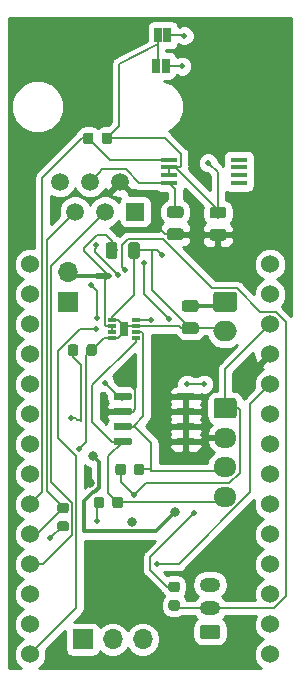
<source format=gbr>
G04 #@! TF.GenerationSoftware,KiCad,Pcbnew,(5.0.1)-rc2*
G04 #@! TF.CreationDate,2019-03-09T00:38:12-07:00*
G04 #@! TF.ProjectId,weatherStation,7765617468657253746174696F6E2E6B,rev?*
G04 #@! TF.SameCoordinates,Original*
G04 #@! TF.FileFunction,Copper,L2,Bot,Signal*
G04 #@! TF.FilePolarity,Positive*
%FSLAX46Y46*%
G04 Gerber Fmt 4.6, Leading zero omitted, Abs format (unit mm)*
G04 Created by KiCad (PCBNEW (5.0.1)-rc2) date 3/9/2019 12:38:12 AM*
%MOMM*%
%LPD*%
G01*
G04 APERTURE LIST*
G04 #@! TA.AperFunction,EtchedComponent*
%ADD10C,0.100000*%
G04 #@! TD*
G04 #@! TA.AperFunction,Conductor*
%ADD11C,0.100000*%
G04 #@! TD*
G04 #@! TA.AperFunction,ComponentPad*
%ADD12C,1.700000*%
G04 #@! TD*
G04 #@! TA.AperFunction,ComponentPad*
%ADD13O,1.950000X1.700000*%
G04 #@! TD*
G04 #@! TA.AperFunction,SMDPad,CuDef*
%ADD14C,0.975000*%
G04 #@! TD*
G04 #@! TA.AperFunction,ComponentPad*
%ADD15C,1.520000*%
G04 #@! TD*
G04 #@! TA.AperFunction,ComponentPad*
%ADD16R,1.520000X1.520000*%
G04 #@! TD*
G04 #@! TA.AperFunction,ComponentPad*
%ADD17C,1.200000*%
G04 #@! TD*
G04 #@! TA.AperFunction,ComponentPad*
%ADD18O,1.750000X1.200000*%
G04 #@! TD*
G04 #@! TA.AperFunction,ComponentPad*
%ADD19O,2.000000X1.700000*%
G04 #@! TD*
G04 #@! TA.AperFunction,SMDPad,CuDef*
%ADD20C,0.875000*%
G04 #@! TD*
G04 #@! TA.AperFunction,ComponentPad*
%ADD21R,1.700000X1.700000*%
G04 #@! TD*
G04 #@! TA.AperFunction,ComponentPad*
%ADD22O,1.700000X1.700000*%
G04 #@! TD*
G04 #@! TA.AperFunction,SMDPad,CuDef*
%ADD23R,1.450000X0.450000*%
G04 #@! TD*
G04 #@! TA.AperFunction,SMDPad,CuDef*
%ADD24C,0.600000*%
G04 #@! TD*
G04 #@! TA.AperFunction,SMDPad,CuDef*
%ADD25R,0.700000X0.300000*%
G04 #@! TD*
G04 #@! TA.AperFunction,SMDPad,CuDef*
%ADD26R,0.800000X1.200000*%
G04 #@! TD*
G04 #@! TA.AperFunction,SMDPad,CuDef*
%ADD27C,0.200000*%
G04 #@! TD*
G04 #@! TA.AperFunction,SMDPad,CuDef*
%ADD28R,0.200000X0.800000*%
G04 #@! TD*
G04 #@! TA.AperFunction,SMDPad,CuDef*
%ADD29R,0.635000X1.270000*%
G04 #@! TD*
G04 #@! TA.AperFunction,Conductor*
%ADD30C,0.500000*%
G04 #@! TD*
G04 #@! TA.AperFunction,ComponentPad*
%ADD31C,1.524000*%
G04 #@! TD*
G04 #@! TA.AperFunction,ViaPad*
%ADD32C,0.800000*%
G04 #@! TD*
G04 #@! TA.AperFunction,ViaPad*
%ADD33C,0.500000*%
G04 #@! TD*
G04 #@! TA.AperFunction,Conductor*
%ADD34C,0.160000*%
G04 #@! TD*
G04 #@! TA.AperFunction,Conductor*
%ADD35C,0.330000*%
G04 #@! TD*
G04 #@! TA.AperFunction,Conductor*
%ADD36C,0.254000*%
G04 #@! TD*
G04 APERTURE END LIST*
D10*
G04 #@! TO.C,NT1*
G36*
X100896800Y-74883200D02*
X101896800Y-74883200D01*
X101896800Y-74383200D01*
X100896800Y-74383200D01*
X100896800Y-74883200D01*
G37*
G04 #@! TD*
D11*
G04 #@! TO.N,3V3*
G04 #@! TO.C,U3*
G36*
X112509504Y-84996204D02*
X112533773Y-84999804D01*
X112557571Y-85005765D01*
X112580671Y-85014030D01*
X112602849Y-85024520D01*
X112623893Y-85037133D01*
X112643598Y-85051747D01*
X112661777Y-85068223D01*
X112678253Y-85086402D01*
X112692867Y-85106107D01*
X112705480Y-85127151D01*
X112715970Y-85149329D01*
X112724235Y-85172429D01*
X112730196Y-85196227D01*
X112733796Y-85220496D01*
X112735000Y-85245000D01*
X112735000Y-86445000D01*
X112733796Y-86469504D01*
X112730196Y-86493773D01*
X112724235Y-86517571D01*
X112715970Y-86540671D01*
X112705480Y-86562849D01*
X112692867Y-86583893D01*
X112678253Y-86603598D01*
X112661777Y-86621777D01*
X112643598Y-86638253D01*
X112623893Y-86652867D01*
X112602849Y-86665480D01*
X112580671Y-86675970D01*
X112557571Y-86684235D01*
X112533773Y-86690196D01*
X112509504Y-86693796D01*
X112485000Y-86695000D01*
X111035000Y-86695000D01*
X111010496Y-86693796D01*
X110986227Y-86690196D01*
X110962429Y-86684235D01*
X110939329Y-86675970D01*
X110917151Y-86665480D01*
X110896107Y-86652867D01*
X110876402Y-86638253D01*
X110858223Y-86621777D01*
X110841747Y-86603598D01*
X110827133Y-86583893D01*
X110814520Y-86562849D01*
X110804030Y-86540671D01*
X110795765Y-86517571D01*
X110789804Y-86493773D01*
X110786204Y-86469504D01*
X110785000Y-86445000D01*
X110785000Y-85245000D01*
X110786204Y-85220496D01*
X110789804Y-85196227D01*
X110795765Y-85172429D01*
X110804030Y-85149329D01*
X110814520Y-85127151D01*
X110827133Y-85106107D01*
X110841747Y-85086402D01*
X110858223Y-85068223D01*
X110876402Y-85051747D01*
X110896107Y-85037133D01*
X110917151Y-85024520D01*
X110939329Y-85014030D01*
X110962429Y-85005765D01*
X110986227Y-84999804D01*
X111010496Y-84996204D01*
X111035000Y-84995000D01*
X112485000Y-84995000D01*
X112509504Y-84996204D01*
X112509504Y-84996204D01*
G37*
D12*
G04 #@! TD*
G04 #@! TO.P,U3,1*
G04 #@! TO.N,3V3*
X111760000Y-85845000D03*
D13*
G04 #@! TO.P,U3,2*
G04 #@! TO.N,GND*
X111760000Y-88345000D03*
G04 #@! TO.P,U3,3*
G04 #@! TO.N,I2C_SCL*
X111760000Y-90845000D03*
G04 #@! TO.P,U3,4*
G04 #@! TO.N,I2C_SDA*
X111760000Y-93345000D03*
G04 #@! TD*
D11*
G04 #@! TO.N,3V3*
G04 #@! TO.C,C1*
G36*
X111630542Y-68809474D02*
X111654203Y-68812984D01*
X111677407Y-68818796D01*
X111699929Y-68826854D01*
X111721553Y-68837082D01*
X111742070Y-68849379D01*
X111761283Y-68863629D01*
X111779007Y-68879693D01*
X111795071Y-68897417D01*
X111809321Y-68916630D01*
X111821618Y-68937147D01*
X111831846Y-68958771D01*
X111839904Y-68981293D01*
X111845716Y-69004497D01*
X111849226Y-69028158D01*
X111850400Y-69052050D01*
X111850400Y-69539550D01*
X111849226Y-69563442D01*
X111845716Y-69587103D01*
X111839904Y-69610307D01*
X111831846Y-69632829D01*
X111821618Y-69654453D01*
X111809321Y-69674970D01*
X111795071Y-69694183D01*
X111779007Y-69711907D01*
X111761283Y-69727971D01*
X111742070Y-69742221D01*
X111721553Y-69754518D01*
X111699929Y-69764746D01*
X111677407Y-69772804D01*
X111654203Y-69778616D01*
X111630542Y-69782126D01*
X111606650Y-69783300D01*
X110694150Y-69783300D01*
X110670258Y-69782126D01*
X110646597Y-69778616D01*
X110623393Y-69772804D01*
X110600871Y-69764746D01*
X110579247Y-69754518D01*
X110558730Y-69742221D01*
X110539517Y-69727971D01*
X110521793Y-69711907D01*
X110505729Y-69694183D01*
X110491479Y-69674970D01*
X110479182Y-69654453D01*
X110468954Y-69632829D01*
X110460896Y-69610307D01*
X110455084Y-69587103D01*
X110451574Y-69563442D01*
X110450400Y-69539550D01*
X110450400Y-69052050D01*
X110451574Y-69028158D01*
X110455084Y-69004497D01*
X110460896Y-68981293D01*
X110468954Y-68958771D01*
X110479182Y-68937147D01*
X110491479Y-68916630D01*
X110505729Y-68897417D01*
X110521793Y-68879693D01*
X110539517Y-68863629D01*
X110558730Y-68849379D01*
X110579247Y-68837082D01*
X110600871Y-68826854D01*
X110623393Y-68818796D01*
X110646597Y-68812984D01*
X110670258Y-68809474D01*
X110694150Y-68808300D01*
X111606650Y-68808300D01*
X111630542Y-68809474D01*
X111630542Y-68809474D01*
G37*
D14*
G04 #@! TD*
G04 #@! TO.P,C1,2*
G04 #@! TO.N,3V3*
X111150400Y-69295800D03*
D11*
G04 #@! TO.N,GND*
G04 #@! TO.C,C1*
G36*
X111630542Y-70684474D02*
X111654203Y-70687984D01*
X111677407Y-70693796D01*
X111699929Y-70701854D01*
X111721553Y-70712082D01*
X111742070Y-70724379D01*
X111761283Y-70738629D01*
X111779007Y-70754693D01*
X111795071Y-70772417D01*
X111809321Y-70791630D01*
X111821618Y-70812147D01*
X111831846Y-70833771D01*
X111839904Y-70856293D01*
X111845716Y-70879497D01*
X111849226Y-70903158D01*
X111850400Y-70927050D01*
X111850400Y-71414550D01*
X111849226Y-71438442D01*
X111845716Y-71462103D01*
X111839904Y-71485307D01*
X111831846Y-71507829D01*
X111821618Y-71529453D01*
X111809321Y-71549970D01*
X111795071Y-71569183D01*
X111779007Y-71586907D01*
X111761283Y-71602971D01*
X111742070Y-71617221D01*
X111721553Y-71629518D01*
X111699929Y-71639746D01*
X111677407Y-71647804D01*
X111654203Y-71653616D01*
X111630542Y-71657126D01*
X111606650Y-71658300D01*
X110694150Y-71658300D01*
X110670258Y-71657126D01*
X110646597Y-71653616D01*
X110623393Y-71647804D01*
X110600871Y-71639746D01*
X110579247Y-71629518D01*
X110558730Y-71617221D01*
X110539517Y-71602971D01*
X110521793Y-71586907D01*
X110505729Y-71569183D01*
X110491479Y-71549970D01*
X110479182Y-71529453D01*
X110468954Y-71507829D01*
X110460896Y-71485307D01*
X110455084Y-71462103D01*
X110451574Y-71438442D01*
X110450400Y-71414550D01*
X110450400Y-70927050D01*
X110451574Y-70903158D01*
X110455084Y-70879497D01*
X110460896Y-70856293D01*
X110468954Y-70833771D01*
X110479182Y-70812147D01*
X110491479Y-70791630D01*
X110505729Y-70772417D01*
X110521793Y-70754693D01*
X110539517Y-70738629D01*
X110558730Y-70724379D01*
X110579247Y-70712082D01*
X110600871Y-70701854D01*
X110623393Y-70693796D01*
X110646597Y-70687984D01*
X110670258Y-70684474D01*
X110694150Y-70683300D01*
X111606650Y-70683300D01*
X111630542Y-70684474D01*
X111630542Y-70684474D01*
G37*
D14*
G04 #@! TD*
G04 #@! TO.P,C1,1*
G04 #@! TO.N,GND*
X111150400Y-71170800D03*
D11*
G04 #@! TO.N,/Sheet5C1E5C91/BattMon+*
G04 #@! TO.C,C9*
G36*
X102431042Y-71792774D02*
X102454703Y-71796284D01*
X102477907Y-71802096D01*
X102500429Y-71810154D01*
X102522053Y-71820382D01*
X102542570Y-71832679D01*
X102561783Y-71846929D01*
X102579507Y-71862993D01*
X102595571Y-71880717D01*
X102609821Y-71899930D01*
X102622118Y-71920447D01*
X102632346Y-71942071D01*
X102640404Y-71964593D01*
X102646216Y-71987797D01*
X102649726Y-72011458D01*
X102650900Y-72035350D01*
X102650900Y-72947850D01*
X102649726Y-72971742D01*
X102646216Y-72995403D01*
X102640404Y-73018607D01*
X102632346Y-73041129D01*
X102622118Y-73062753D01*
X102609821Y-73083270D01*
X102595571Y-73102483D01*
X102579507Y-73120207D01*
X102561783Y-73136271D01*
X102542570Y-73150521D01*
X102522053Y-73162818D01*
X102500429Y-73173046D01*
X102477907Y-73181104D01*
X102454703Y-73186916D01*
X102431042Y-73190426D01*
X102407150Y-73191600D01*
X101919650Y-73191600D01*
X101895758Y-73190426D01*
X101872097Y-73186916D01*
X101848893Y-73181104D01*
X101826371Y-73173046D01*
X101804747Y-73162818D01*
X101784230Y-73150521D01*
X101765017Y-73136271D01*
X101747293Y-73120207D01*
X101731229Y-73102483D01*
X101716979Y-73083270D01*
X101704682Y-73062753D01*
X101694454Y-73041129D01*
X101686396Y-73018607D01*
X101680584Y-72995403D01*
X101677074Y-72971742D01*
X101675900Y-72947850D01*
X101675900Y-72035350D01*
X101677074Y-72011458D01*
X101680584Y-71987797D01*
X101686396Y-71964593D01*
X101694454Y-71942071D01*
X101704682Y-71920447D01*
X101716979Y-71899930D01*
X101731229Y-71880717D01*
X101747293Y-71862993D01*
X101765017Y-71846929D01*
X101784230Y-71832679D01*
X101804747Y-71820382D01*
X101826371Y-71810154D01*
X101848893Y-71802096D01*
X101872097Y-71796284D01*
X101895758Y-71792774D01*
X101919650Y-71791600D01*
X102407150Y-71791600D01*
X102431042Y-71792774D01*
X102431042Y-71792774D01*
G37*
D14*
G04 #@! TD*
G04 #@! TO.P,C9,2*
G04 #@! TO.N,/Sheet5C1E5C91/BattMon+*
X102163400Y-72491600D03*
D11*
G04 #@! TO.N,/Sheet5C1E5C91/BattMon-*
G04 #@! TO.C,C9*
G36*
X104306042Y-71792774D02*
X104329703Y-71796284D01*
X104352907Y-71802096D01*
X104375429Y-71810154D01*
X104397053Y-71820382D01*
X104417570Y-71832679D01*
X104436783Y-71846929D01*
X104454507Y-71862993D01*
X104470571Y-71880717D01*
X104484821Y-71899930D01*
X104497118Y-71920447D01*
X104507346Y-71942071D01*
X104515404Y-71964593D01*
X104521216Y-71987797D01*
X104524726Y-72011458D01*
X104525900Y-72035350D01*
X104525900Y-72947850D01*
X104524726Y-72971742D01*
X104521216Y-72995403D01*
X104515404Y-73018607D01*
X104507346Y-73041129D01*
X104497118Y-73062753D01*
X104484821Y-73083270D01*
X104470571Y-73102483D01*
X104454507Y-73120207D01*
X104436783Y-73136271D01*
X104417570Y-73150521D01*
X104397053Y-73162818D01*
X104375429Y-73173046D01*
X104352907Y-73181104D01*
X104329703Y-73186916D01*
X104306042Y-73190426D01*
X104282150Y-73191600D01*
X103794650Y-73191600D01*
X103770758Y-73190426D01*
X103747097Y-73186916D01*
X103723893Y-73181104D01*
X103701371Y-73173046D01*
X103679747Y-73162818D01*
X103659230Y-73150521D01*
X103640017Y-73136271D01*
X103622293Y-73120207D01*
X103606229Y-73102483D01*
X103591979Y-73083270D01*
X103579682Y-73062753D01*
X103569454Y-73041129D01*
X103561396Y-73018607D01*
X103555584Y-72995403D01*
X103552074Y-72971742D01*
X103550900Y-72947850D01*
X103550900Y-72035350D01*
X103552074Y-72011458D01*
X103555584Y-71987797D01*
X103561396Y-71964593D01*
X103569454Y-71942071D01*
X103579682Y-71920447D01*
X103591979Y-71899930D01*
X103606229Y-71880717D01*
X103622293Y-71862993D01*
X103640017Y-71846929D01*
X103659230Y-71832679D01*
X103679747Y-71820382D01*
X103701371Y-71810154D01*
X103723893Y-71802096D01*
X103747097Y-71796284D01*
X103770758Y-71792774D01*
X103794650Y-71791600D01*
X104282150Y-71791600D01*
X104306042Y-71792774D01*
X104306042Y-71792774D01*
G37*
D14*
G04 #@! TD*
G04 #@! TO.P,C9,1*
G04 #@! TO.N,/Sheet5C1E5C91/BattMon-*
X104038400Y-72491600D03*
D11*
G04 #@! TO.N,/Sheet5C1E5C91/Solar+*
G04 #@! TO.C,C16*
G36*
X109293742Y-76706574D02*
X109317403Y-76710084D01*
X109340607Y-76715896D01*
X109363129Y-76723954D01*
X109384753Y-76734182D01*
X109405270Y-76746479D01*
X109424483Y-76760729D01*
X109442207Y-76776793D01*
X109458271Y-76794517D01*
X109472521Y-76813730D01*
X109484818Y-76834247D01*
X109495046Y-76855871D01*
X109503104Y-76878393D01*
X109508916Y-76901597D01*
X109512426Y-76925258D01*
X109513600Y-76949150D01*
X109513600Y-77436650D01*
X109512426Y-77460542D01*
X109508916Y-77484203D01*
X109503104Y-77507407D01*
X109495046Y-77529929D01*
X109484818Y-77551553D01*
X109472521Y-77572070D01*
X109458271Y-77591283D01*
X109442207Y-77609007D01*
X109424483Y-77625071D01*
X109405270Y-77639321D01*
X109384753Y-77651618D01*
X109363129Y-77661846D01*
X109340607Y-77669904D01*
X109317403Y-77675716D01*
X109293742Y-77679226D01*
X109269850Y-77680400D01*
X108357350Y-77680400D01*
X108333458Y-77679226D01*
X108309797Y-77675716D01*
X108286593Y-77669904D01*
X108264071Y-77661846D01*
X108242447Y-77651618D01*
X108221930Y-77639321D01*
X108202717Y-77625071D01*
X108184993Y-77609007D01*
X108168929Y-77591283D01*
X108154679Y-77572070D01*
X108142382Y-77551553D01*
X108132154Y-77529929D01*
X108124096Y-77507407D01*
X108118284Y-77484203D01*
X108114774Y-77460542D01*
X108113600Y-77436650D01*
X108113600Y-76949150D01*
X108114774Y-76925258D01*
X108118284Y-76901597D01*
X108124096Y-76878393D01*
X108132154Y-76855871D01*
X108142382Y-76834247D01*
X108154679Y-76813730D01*
X108168929Y-76794517D01*
X108184993Y-76776793D01*
X108202717Y-76760729D01*
X108221930Y-76746479D01*
X108242447Y-76734182D01*
X108264071Y-76723954D01*
X108286593Y-76715896D01*
X108309797Y-76710084D01*
X108333458Y-76706574D01*
X108357350Y-76705400D01*
X109269850Y-76705400D01*
X109293742Y-76706574D01*
X109293742Y-76706574D01*
G37*
D14*
G04 #@! TD*
G04 #@! TO.P,C16,1*
G04 #@! TO.N,/Sheet5C1E5C91/Solar+*
X108813600Y-77192900D03*
D11*
G04 #@! TO.N,/Sheet5C1E5C91/BattMon-*
G04 #@! TO.C,C16*
G36*
X109293742Y-78581574D02*
X109317403Y-78585084D01*
X109340607Y-78590896D01*
X109363129Y-78598954D01*
X109384753Y-78609182D01*
X109405270Y-78621479D01*
X109424483Y-78635729D01*
X109442207Y-78651793D01*
X109458271Y-78669517D01*
X109472521Y-78688730D01*
X109484818Y-78709247D01*
X109495046Y-78730871D01*
X109503104Y-78753393D01*
X109508916Y-78776597D01*
X109512426Y-78800258D01*
X109513600Y-78824150D01*
X109513600Y-79311650D01*
X109512426Y-79335542D01*
X109508916Y-79359203D01*
X109503104Y-79382407D01*
X109495046Y-79404929D01*
X109484818Y-79426553D01*
X109472521Y-79447070D01*
X109458271Y-79466283D01*
X109442207Y-79484007D01*
X109424483Y-79500071D01*
X109405270Y-79514321D01*
X109384753Y-79526618D01*
X109363129Y-79536846D01*
X109340607Y-79544904D01*
X109317403Y-79550716D01*
X109293742Y-79554226D01*
X109269850Y-79555400D01*
X108357350Y-79555400D01*
X108333458Y-79554226D01*
X108309797Y-79550716D01*
X108286593Y-79544904D01*
X108264071Y-79536846D01*
X108242447Y-79526618D01*
X108221930Y-79514321D01*
X108202717Y-79500071D01*
X108184993Y-79484007D01*
X108168929Y-79466283D01*
X108154679Y-79447070D01*
X108142382Y-79426553D01*
X108132154Y-79404929D01*
X108124096Y-79382407D01*
X108118284Y-79359203D01*
X108114774Y-79335542D01*
X108113600Y-79311650D01*
X108113600Y-78824150D01*
X108114774Y-78800258D01*
X108118284Y-78776597D01*
X108124096Y-78753393D01*
X108132154Y-78730871D01*
X108142382Y-78709247D01*
X108154679Y-78688730D01*
X108168929Y-78669517D01*
X108184993Y-78651793D01*
X108202717Y-78635729D01*
X108221930Y-78621479D01*
X108242447Y-78609182D01*
X108264071Y-78598954D01*
X108286593Y-78590896D01*
X108309797Y-78585084D01*
X108333458Y-78581574D01*
X108357350Y-78580400D01*
X109269850Y-78580400D01*
X109293742Y-78581574D01*
X109293742Y-78581574D01*
G37*
D14*
G04 #@! TD*
G04 #@! TO.P,C16,2*
G04 #@! TO.N,/Sheet5C1E5C91/BattMon-*
X108813600Y-79067900D03*
D11*
G04 #@! TO.N,GND*
G04 #@! TO.C,C18*
G36*
X108023742Y-70629074D02*
X108047403Y-70632584D01*
X108070607Y-70638396D01*
X108093129Y-70646454D01*
X108114753Y-70656682D01*
X108135270Y-70668979D01*
X108154483Y-70683229D01*
X108172207Y-70699293D01*
X108188271Y-70717017D01*
X108202521Y-70736230D01*
X108214818Y-70756747D01*
X108225046Y-70778371D01*
X108233104Y-70800893D01*
X108238916Y-70824097D01*
X108242426Y-70847758D01*
X108243600Y-70871650D01*
X108243600Y-71359150D01*
X108242426Y-71383042D01*
X108238916Y-71406703D01*
X108233104Y-71429907D01*
X108225046Y-71452429D01*
X108214818Y-71474053D01*
X108202521Y-71494570D01*
X108188271Y-71513783D01*
X108172207Y-71531507D01*
X108154483Y-71547571D01*
X108135270Y-71561821D01*
X108114753Y-71574118D01*
X108093129Y-71584346D01*
X108070607Y-71592404D01*
X108047403Y-71598216D01*
X108023742Y-71601726D01*
X107999850Y-71602900D01*
X107087350Y-71602900D01*
X107063458Y-71601726D01*
X107039797Y-71598216D01*
X107016593Y-71592404D01*
X106994071Y-71584346D01*
X106972447Y-71574118D01*
X106951930Y-71561821D01*
X106932717Y-71547571D01*
X106914993Y-71531507D01*
X106898929Y-71513783D01*
X106884679Y-71494570D01*
X106872382Y-71474053D01*
X106862154Y-71452429D01*
X106854096Y-71429907D01*
X106848284Y-71406703D01*
X106844774Y-71383042D01*
X106843600Y-71359150D01*
X106843600Y-70871650D01*
X106844774Y-70847758D01*
X106848284Y-70824097D01*
X106854096Y-70800893D01*
X106862154Y-70778371D01*
X106872382Y-70756747D01*
X106884679Y-70736230D01*
X106898929Y-70717017D01*
X106914993Y-70699293D01*
X106932717Y-70683229D01*
X106951930Y-70668979D01*
X106972447Y-70656682D01*
X106994071Y-70646454D01*
X107016593Y-70638396D01*
X107039797Y-70632584D01*
X107063458Y-70629074D01*
X107087350Y-70627900D01*
X107999850Y-70627900D01*
X108023742Y-70629074D01*
X108023742Y-70629074D01*
G37*
D14*
G04 #@! TD*
G04 #@! TO.P,C18,1*
G04 #@! TO.N,GND*
X107543600Y-71115400D03*
D11*
G04 #@! TO.N,/ANE_Vcc*
G04 #@! TO.C,C18*
G36*
X108023742Y-68754074D02*
X108047403Y-68757584D01*
X108070607Y-68763396D01*
X108093129Y-68771454D01*
X108114753Y-68781682D01*
X108135270Y-68793979D01*
X108154483Y-68808229D01*
X108172207Y-68824293D01*
X108188271Y-68842017D01*
X108202521Y-68861230D01*
X108214818Y-68881747D01*
X108225046Y-68903371D01*
X108233104Y-68925893D01*
X108238916Y-68949097D01*
X108242426Y-68972758D01*
X108243600Y-68996650D01*
X108243600Y-69484150D01*
X108242426Y-69508042D01*
X108238916Y-69531703D01*
X108233104Y-69554907D01*
X108225046Y-69577429D01*
X108214818Y-69599053D01*
X108202521Y-69619570D01*
X108188271Y-69638783D01*
X108172207Y-69656507D01*
X108154483Y-69672571D01*
X108135270Y-69686821D01*
X108114753Y-69699118D01*
X108093129Y-69709346D01*
X108070607Y-69717404D01*
X108047403Y-69723216D01*
X108023742Y-69726726D01*
X107999850Y-69727900D01*
X107087350Y-69727900D01*
X107063458Y-69726726D01*
X107039797Y-69723216D01*
X107016593Y-69717404D01*
X106994071Y-69709346D01*
X106972447Y-69699118D01*
X106951930Y-69686821D01*
X106932717Y-69672571D01*
X106914993Y-69656507D01*
X106898929Y-69638783D01*
X106884679Y-69619570D01*
X106872382Y-69599053D01*
X106862154Y-69577429D01*
X106854096Y-69554907D01*
X106848284Y-69531703D01*
X106844774Y-69508042D01*
X106843600Y-69484150D01*
X106843600Y-68996650D01*
X106844774Y-68972758D01*
X106848284Y-68949097D01*
X106854096Y-68925893D01*
X106862154Y-68903371D01*
X106872382Y-68881747D01*
X106884679Y-68861230D01*
X106898929Y-68842017D01*
X106914993Y-68824293D01*
X106932717Y-68808229D01*
X106951930Y-68793979D01*
X106972447Y-68781682D01*
X106994071Y-68771454D01*
X107016593Y-68763396D01*
X107039797Y-68757584D01*
X107063458Y-68754074D01*
X107087350Y-68752900D01*
X107999850Y-68752900D01*
X108023742Y-68754074D01*
X108023742Y-68754074D01*
G37*
D14*
G04 #@! TD*
G04 #@! TO.P,C18,2*
G04 #@! TO.N,/ANE_Vcc*
X107543600Y-69240400D03*
D15*
G04 #@! TO.P,J1,6*
G04 #@! TO.N,Net-(J1-Pad6)*
X97790000Y-66675000D03*
G04 #@! TO.P,J1,5*
G04 #@! TO.N,/ANE_Tx*
X99060000Y-69215000D03*
G04 #@! TO.P,J1,4*
G04 #@! TO.N,/ANE_Vcc*
X100330000Y-66675000D03*
G04 #@! TO.P,J1,3*
G04 #@! TO.N,/ANE_Pulse*
X101600000Y-69215000D03*
G04 #@! TO.P,J1,2*
G04 #@! TO.N,GND*
X102870000Y-66675000D03*
D16*
G04 #@! TO.P,J1,1*
G04 #@! TO.N,Net-(J1-Pad1)*
X104140000Y-69215000D03*
G04 #@! TD*
D11*
G04 #@! TO.N,/Sheet5C1E5C91/Batt-*
G04 #@! TO.C,J2*
G36*
X111139505Y-104176204D02*
X111163773Y-104179804D01*
X111187572Y-104185765D01*
X111210671Y-104194030D01*
X111232850Y-104204520D01*
X111253893Y-104217132D01*
X111273599Y-104231747D01*
X111291777Y-104248223D01*
X111308253Y-104266401D01*
X111322868Y-104286107D01*
X111335480Y-104307150D01*
X111345970Y-104329329D01*
X111354235Y-104352428D01*
X111360196Y-104376227D01*
X111363796Y-104400495D01*
X111365000Y-104424999D01*
X111365000Y-105125001D01*
X111363796Y-105149505D01*
X111360196Y-105173773D01*
X111354235Y-105197572D01*
X111345970Y-105220671D01*
X111335480Y-105242850D01*
X111322868Y-105263893D01*
X111308253Y-105283599D01*
X111291777Y-105301777D01*
X111273599Y-105318253D01*
X111253893Y-105332868D01*
X111232850Y-105345480D01*
X111210671Y-105355970D01*
X111187572Y-105364235D01*
X111163773Y-105370196D01*
X111139505Y-105373796D01*
X111115001Y-105375000D01*
X109864999Y-105375000D01*
X109840495Y-105373796D01*
X109816227Y-105370196D01*
X109792428Y-105364235D01*
X109769329Y-105355970D01*
X109747150Y-105345480D01*
X109726107Y-105332868D01*
X109706401Y-105318253D01*
X109688223Y-105301777D01*
X109671747Y-105283599D01*
X109657132Y-105263893D01*
X109644520Y-105242850D01*
X109634030Y-105220671D01*
X109625765Y-105197572D01*
X109619804Y-105173773D01*
X109616204Y-105149505D01*
X109615000Y-105125001D01*
X109615000Y-104424999D01*
X109616204Y-104400495D01*
X109619804Y-104376227D01*
X109625765Y-104352428D01*
X109634030Y-104329329D01*
X109644520Y-104307150D01*
X109657132Y-104286107D01*
X109671747Y-104266401D01*
X109688223Y-104248223D01*
X109706401Y-104231747D01*
X109726107Y-104217132D01*
X109747150Y-104204520D01*
X109769329Y-104194030D01*
X109792428Y-104185765D01*
X109816227Y-104179804D01*
X109840495Y-104176204D01*
X109864999Y-104175000D01*
X111115001Y-104175000D01*
X111139505Y-104176204D01*
X111139505Y-104176204D01*
G37*
D17*
G04 #@! TD*
G04 #@! TO.P,J2,1*
G04 #@! TO.N,/Sheet5C1E5C91/Batt-*
X110490000Y-104775000D03*
D18*
G04 #@! TO.P,J2,2*
G04 #@! TO.N,/Sheet5C1E5C91/NTC*
X110490000Y-102775000D03*
G04 #@! TO.P,J2,3*
G04 #@! TO.N,/Sheet5C1E5C91/Batt_int*
X110490000Y-100775000D03*
G04 #@! TD*
D11*
G04 #@! TO.N,/Sheet5C1E5C91/Solar+*
G04 #@! TO.C,J5*
G36*
X112534504Y-75986204D02*
X112558773Y-75989804D01*
X112582571Y-75995765D01*
X112605671Y-76004030D01*
X112627849Y-76014520D01*
X112648893Y-76027133D01*
X112668598Y-76041747D01*
X112686777Y-76058223D01*
X112703253Y-76076402D01*
X112717867Y-76096107D01*
X112730480Y-76117151D01*
X112740970Y-76139329D01*
X112749235Y-76162429D01*
X112755196Y-76186227D01*
X112758796Y-76210496D01*
X112760000Y-76235000D01*
X112760000Y-77435000D01*
X112758796Y-77459504D01*
X112755196Y-77483773D01*
X112749235Y-77507571D01*
X112740970Y-77530671D01*
X112730480Y-77552849D01*
X112717867Y-77573893D01*
X112703253Y-77593598D01*
X112686777Y-77611777D01*
X112668598Y-77628253D01*
X112648893Y-77642867D01*
X112627849Y-77655480D01*
X112605671Y-77665970D01*
X112582571Y-77674235D01*
X112558773Y-77680196D01*
X112534504Y-77683796D01*
X112510000Y-77685000D01*
X111010000Y-77685000D01*
X110985496Y-77683796D01*
X110961227Y-77680196D01*
X110937429Y-77674235D01*
X110914329Y-77665970D01*
X110892151Y-77655480D01*
X110871107Y-77642867D01*
X110851402Y-77628253D01*
X110833223Y-77611777D01*
X110816747Y-77593598D01*
X110802133Y-77573893D01*
X110789520Y-77552849D01*
X110779030Y-77530671D01*
X110770765Y-77507571D01*
X110764804Y-77483773D01*
X110761204Y-77459504D01*
X110760000Y-77435000D01*
X110760000Y-76235000D01*
X110761204Y-76210496D01*
X110764804Y-76186227D01*
X110770765Y-76162429D01*
X110779030Y-76139329D01*
X110789520Y-76117151D01*
X110802133Y-76096107D01*
X110816747Y-76076402D01*
X110833223Y-76058223D01*
X110851402Y-76041747D01*
X110871107Y-76027133D01*
X110892151Y-76014520D01*
X110914329Y-76004030D01*
X110937429Y-75995765D01*
X110961227Y-75989804D01*
X110985496Y-75986204D01*
X111010000Y-75985000D01*
X112510000Y-75985000D01*
X112534504Y-75986204D01*
X112534504Y-75986204D01*
G37*
D12*
G04 #@! TD*
G04 #@! TO.P,J5,1*
G04 #@! TO.N,/Sheet5C1E5C91/Solar+*
X111760000Y-76835000D03*
D19*
G04 #@! TO.P,J5,2*
G04 #@! TO.N,/Sheet5C1E5C91/BattMon-*
X111760000Y-79335000D03*
G04 #@! TD*
D11*
G04 #@! TO.N,Net-(R7-Pad1)*
G04 #@! TO.C,R7*
G36*
X99122291Y-80450453D02*
X99143526Y-80453603D01*
X99164350Y-80458819D01*
X99184562Y-80466051D01*
X99203968Y-80475230D01*
X99222381Y-80486266D01*
X99239624Y-80499054D01*
X99255530Y-80513470D01*
X99269946Y-80529376D01*
X99282734Y-80546619D01*
X99293770Y-80565032D01*
X99302949Y-80584438D01*
X99310181Y-80604650D01*
X99315397Y-80625474D01*
X99318547Y-80646709D01*
X99319600Y-80668150D01*
X99319600Y-81180650D01*
X99318547Y-81202091D01*
X99315397Y-81223326D01*
X99310181Y-81244150D01*
X99302949Y-81264362D01*
X99293770Y-81283768D01*
X99282734Y-81302181D01*
X99269946Y-81319424D01*
X99255530Y-81335330D01*
X99239624Y-81349746D01*
X99222381Y-81362534D01*
X99203968Y-81373570D01*
X99184562Y-81382749D01*
X99164350Y-81389981D01*
X99143526Y-81395197D01*
X99122291Y-81398347D01*
X99100850Y-81399400D01*
X98663350Y-81399400D01*
X98641909Y-81398347D01*
X98620674Y-81395197D01*
X98599850Y-81389981D01*
X98579638Y-81382749D01*
X98560232Y-81373570D01*
X98541819Y-81362534D01*
X98524576Y-81349746D01*
X98508670Y-81335330D01*
X98494254Y-81319424D01*
X98481466Y-81302181D01*
X98470430Y-81283768D01*
X98461251Y-81264362D01*
X98454019Y-81244150D01*
X98448803Y-81223326D01*
X98445653Y-81202091D01*
X98444600Y-81180650D01*
X98444600Y-80668150D01*
X98445653Y-80646709D01*
X98448803Y-80625474D01*
X98454019Y-80604650D01*
X98461251Y-80584438D01*
X98470430Y-80565032D01*
X98481466Y-80546619D01*
X98494254Y-80529376D01*
X98508670Y-80513470D01*
X98524576Y-80499054D01*
X98541819Y-80486266D01*
X98560232Y-80475230D01*
X98579638Y-80466051D01*
X98599850Y-80458819D01*
X98620674Y-80453603D01*
X98641909Y-80450453D01*
X98663350Y-80449400D01*
X99100850Y-80449400D01*
X99122291Y-80450453D01*
X99122291Y-80450453D01*
G37*
D20*
G04 #@! TD*
G04 #@! TO.P,R7,1*
G04 #@! TO.N,Net-(R7-Pad1)*
X98882100Y-80924400D03*
D11*
G04 #@! TO.N,/Sheet5C1E5C91/BattMon-*
G04 #@! TO.C,R7*
G36*
X100697291Y-80450453D02*
X100718526Y-80453603D01*
X100739350Y-80458819D01*
X100759562Y-80466051D01*
X100778968Y-80475230D01*
X100797381Y-80486266D01*
X100814624Y-80499054D01*
X100830530Y-80513470D01*
X100844946Y-80529376D01*
X100857734Y-80546619D01*
X100868770Y-80565032D01*
X100877949Y-80584438D01*
X100885181Y-80604650D01*
X100890397Y-80625474D01*
X100893547Y-80646709D01*
X100894600Y-80668150D01*
X100894600Y-81180650D01*
X100893547Y-81202091D01*
X100890397Y-81223326D01*
X100885181Y-81244150D01*
X100877949Y-81264362D01*
X100868770Y-81283768D01*
X100857734Y-81302181D01*
X100844946Y-81319424D01*
X100830530Y-81335330D01*
X100814624Y-81349746D01*
X100797381Y-81362534D01*
X100778968Y-81373570D01*
X100759562Y-81382749D01*
X100739350Y-81389981D01*
X100718526Y-81395197D01*
X100697291Y-81398347D01*
X100675850Y-81399400D01*
X100238350Y-81399400D01*
X100216909Y-81398347D01*
X100195674Y-81395197D01*
X100174850Y-81389981D01*
X100154638Y-81382749D01*
X100135232Y-81373570D01*
X100116819Y-81362534D01*
X100099576Y-81349746D01*
X100083670Y-81335330D01*
X100069254Y-81319424D01*
X100056466Y-81302181D01*
X100045430Y-81283768D01*
X100036251Y-81264362D01*
X100029019Y-81244150D01*
X100023803Y-81223326D01*
X100020653Y-81202091D01*
X100019600Y-81180650D01*
X100019600Y-80668150D01*
X100020653Y-80646709D01*
X100023803Y-80625474D01*
X100029019Y-80604650D01*
X100036251Y-80584438D01*
X100045430Y-80565032D01*
X100056466Y-80546619D01*
X100069254Y-80529376D01*
X100083670Y-80513470D01*
X100099576Y-80499054D01*
X100116819Y-80486266D01*
X100135232Y-80475230D01*
X100154638Y-80466051D01*
X100174850Y-80458819D01*
X100195674Y-80453603D01*
X100216909Y-80450453D01*
X100238350Y-80449400D01*
X100675850Y-80449400D01*
X100697291Y-80450453D01*
X100697291Y-80450453D01*
G37*
D20*
G04 #@! TD*
G04 #@! TO.P,R7,2*
G04 #@! TO.N,/Sheet5C1E5C91/BattMon-*
X100457100Y-80924400D03*
D11*
G04 #@! TO.N,/ANE_Vcc_EN*
G04 #@! TO.C,R13*
G36*
X100417691Y-62518053D02*
X100438926Y-62521203D01*
X100459750Y-62526419D01*
X100479962Y-62533651D01*
X100499368Y-62542830D01*
X100517781Y-62553866D01*
X100535024Y-62566654D01*
X100550930Y-62581070D01*
X100565346Y-62596976D01*
X100578134Y-62614219D01*
X100589170Y-62632632D01*
X100598349Y-62652038D01*
X100605581Y-62672250D01*
X100610797Y-62693074D01*
X100613947Y-62714309D01*
X100615000Y-62735750D01*
X100615000Y-63248250D01*
X100613947Y-63269691D01*
X100610797Y-63290926D01*
X100605581Y-63311750D01*
X100598349Y-63331962D01*
X100589170Y-63351368D01*
X100578134Y-63369781D01*
X100565346Y-63387024D01*
X100550930Y-63402930D01*
X100535024Y-63417346D01*
X100517781Y-63430134D01*
X100499368Y-63441170D01*
X100479962Y-63450349D01*
X100459750Y-63457581D01*
X100438926Y-63462797D01*
X100417691Y-63465947D01*
X100396250Y-63467000D01*
X99958750Y-63467000D01*
X99937309Y-63465947D01*
X99916074Y-63462797D01*
X99895250Y-63457581D01*
X99875038Y-63450349D01*
X99855632Y-63441170D01*
X99837219Y-63430134D01*
X99819976Y-63417346D01*
X99804070Y-63402930D01*
X99789654Y-63387024D01*
X99776866Y-63369781D01*
X99765830Y-63351368D01*
X99756651Y-63331962D01*
X99749419Y-63311750D01*
X99744203Y-63290926D01*
X99741053Y-63269691D01*
X99740000Y-63248250D01*
X99740000Y-62735750D01*
X99741053Y-62714309D01*
X99744203Y-62693074D01*
X99749419Y-62672250D01*
X99756651Y-62652038D01*
X99765830Y-62632632D01*
X99776866Y-62614219D01*
X99789654Y-62596976D01*
X99804070Y-62581070D01*
X99819976Y-62566654D01*
X99837219Y-62553866D01*
X99855632Y-62542830D01*
X99875038Y-62533651D01*
X99895250Y-62526419D01*
X99916074Y-62521203D01*
X99937309Y-62518053D01*
X99958750Y-62517000D01*
X100396250Y-62517000D01*
X100417691Y-62518053D01*
X100417691Y-62518053D01*
G37*
D20*
G04 #@! TD*
G04 #@! TO.P,R13,2*
G04 #@! TO.N,/ANE_Vcc_EN*
X100177500Y-62992000D03*
D11*
G04 #@! TO.N,3V3*
G04 #@! TO.C,R13*
G36*
X101992691Y-62518053D02*
X102013926Y-62521203D01*
X102034750Y-62526419D01*
X102054962Y-62533651D01*
X102074368Y-62542830D01*
X102092781Y-62553866D01*
X102110024Y-62566654D01*
X102125930Y-62581070D01*
X102140346Y-62596976D01*
X102153134Y-62614219D01*
X102164170Y-62632632D01*
X102173349Y-62652038D01*
X102180581Y-62672250D01*
X102185797Y-62693074D01*
X102188947Y-62714309D01*
X102190000Y-62735750D01*
X102190000Y-63248250D01*
X102188947Y-63269691D01*
X102185797Y-63290926D01*
X102180581Y-63311750D01*
X102173349Y-63331962D01*
X102164170Y-63351368D01*
X102153134Y-63369781D01*
X102140346Y-63387024D01*
X102125930Y-63402930D01*
X102110024Y-63417346D01*
X102092781Y-63430134D01*
X102074368Y-63441170D01*
X102054962Y-63450349D01*
X102034750Y-63457581D01*
X102013926Y-63462797D01*
X101992691Y-63465947D01*
X101971250Y-63467000D01*
X101533750Y-63467000D01*
X101512309Y-63465947D01*
X101491074Y-63462797D01*
X101470250Y-63457581D01*
X101450038Y-63450349D01*
X101430632Y-63441170D01*
X101412219Y-63430134D01*
X101394976Y-63417346D01*
X101379070Y-63402930D01*
X101364654Y-63387024D01*
X101351866Y-63369781D01*
X101340830Y-63351368D01*
X101331651Y-63331962D01*
X101324419Y-63311750D01*
X101319203Y-63290926D01*
X101316053Y-63269691D01*
X101315000Y-63248250D01*
X101315000Y-62735750D01*
X101316053Y-62714309D01*
X101319203Y-62693074D01*
X101324419Y-62672250D01*
X101331651Y-62652038D01*
X101340830Y-62632632D01*
X101351866Y-62614219D01*
X101364654Y-62596976D01*
X101379070Y-62581070D01*
X101394976Y-62566654D01*
X101412219Y-62553866D01*
X101430632Y-62542830D01*
X101450038Y-62533651D01*
X101470250Y-62526419D01*
X101491074Y-62521203D01*
X101512309Y-62518053D01*
X101533750Y-62517000D01*
X101971250Y-62517000D01*
X101992691Y-62518053D01*
X101992691Y-62518053D01*
G37*
D20*
G04 #@! TD*
G04 #@! TO.P,R13,1*
G04 #@! TO.N,3V3*
X101752500Y-62992000D03*
D11*
G04 #@! TO.N,3V3*
G04 #@! TO.C,R14*
G36*
X103160791Y-90559653D02*
X103182026Y-90562803D01*
X103202850Y-90568019D01*
X103223062Y-90575251D01*
X103242468Y-90584430D01*
X103260881Y-90595466D01*
X103278124Y-90608254D01*
X103294030Y-90622670D01*
X103308446Y-90638576D01*
X103321234Y-90655819D01*
X103332270Y-90674232D01*
X103341449Y-90693638D01*
X103348681Y-90713850D01*
X103353897Y-90734674D01*
X103357047Y-90755909D01*
X103358100Y-90777350D01*
X103358100Y-91289850D01*
X103357047Y-91311291D01*
X103353897Y-91332526D01*
X103348681Y-91353350D01*
X103341449Y-91373562D01*
X103332270Y-91392968D01*
X103321234Y-91411381D01*
X103308446Y-91428624D01*
X103294030Y-91444530D01*
X103278124Y-91458946D01*
X103260881Y-91471734D01*
X103242468Y-91482770D01*
X103223062Y-91491949D01*
X103202850Y-91499181D01*
X103182026Y-91504397D01*
X103160791Y-91507547D01*
X103139350Y-91508600D01*
X102701850Y-91508600D01*
X102680409Y-91507547D01*
X102659174Y-91504397D01*
X102638350Y-91499181D01*
X102618138Y-91491949D01*
X102598732Y-91482770D01*
X102580319Y-91471734D01*
X102563076Y-91458946D01*
X102547170Y-91444530D01*
X102532754Y-91428624D01*
X102519966Y-91411381D01*
X102508930Y-91392968D01*
X102499751Y-91373562D01*
X102492519Y-91353350D01*
X102487303Y-91332526D01*
X102484153Y-91311291D01*
X102483100Y-91289850D01*
X102483100Y-90777350D01*
X102484153Y-90755909D01*
X102487303Y-90734674D01*
X102492519Y-90713850D01*
X102499751Y-90693638D01*
X102508930Y-90674232D01*
X102519966Y-90655819D01*
X102532754Y-90638576D01*
X102547170Y-90622670D01*
X102563076Y-90608254D01*
X102580319Y-90595466D01*
X102598732Y-90584430D01*
X102618138Y-90575251D01*
X102638350Y-90568019D01*
X102659174Y-90562803D01*
X102680409Y-90559653D01*
X102701850Y-90558600D01*
X103139350Y-90558600D01*
X103160791Y-90559653D01*
X103160791Y-90559653D01*
G37*
D20*
G04 #@! TD*
G04 #@! TO.P,R14,1*
G04 #@! TO.N,3V3*
X102920600Y-91033600D03*
D11*
G04 #@! TO.N,I2C_SCL*
G04 #@! TO.C,R14*
G36*
X104735791Y-90559653D02*
X104757026Y-90562803D01*
X104777850Y-90568019D01*
X104798062Y-90575251D01*
X104817468Y-90584430D01*
X104835881Y-90595466D01*
X104853124Y-90608254D01*
X104869030Y-90622670D01*
X104883446Y-90638576D01*
X104896234Y-90655819D01*
X104907270Y-90674232D01*
X104916449Y-90693638D01*
X104923681Y-90713850D01*
X104928897Y-90734674D01*
X104932047Y-90755909D01*
X104933100Y-90777350D01*
X104933100Y-91289850D01*
X104932047Y-91311291D01*
X104928897Y-91332526D01*
X104923681Y-91353350D01*
X104916449Y-91373562D01*
X104907270Y-91392968D01*
X104896234Y-91411381D01*
X104883446Y-91428624D01*
X104869030Y-91444530D01*
X104853124Y-91458946D01*
X104835881Y-91471734D01*
X104817468Y-91482770D01*
X104798062Y-91491949D01*
X104777850Y-91499181D01*
X104757026Y-91504397D01*
X104735791Y-91507547D01*
X104714350Y-91508600D01*
X104276850Y-91508600D01*
X104255409Y-91507547D01*
X104234174Y-91504397D01*
X104213350Y-91499181D01*
X104193138Y-91491949D01*
X104173732Y-91482770D01*
X104155319Y-91471734D01*
X104138076Y-91458946D01*
X104122170Y-91444530D01*
X104107754Y-91428624D01*
X104094966Y-91411381D01*
X104083930Y-91392968D01*
X104074751Y-91373562D01*
X104067519Y-91353350D01*
X104062303Y-91332526D01*
X104059153Y-91311291D01*
X104058100Y-91289850D01*
X104058100Y-90777350D01*
X104059153Y-90755909D01*
X104062303Y-90734674D01*
X104067519Y-90713850D01*
X104074751Y-90693638D01*
X104083930Y-90674232D01*
X104094966Y-90655819D01*
X104107754Y-90638576D01*
X104122170Y-90622670D01*
X104138076Y-90608254D01*
X104155319Y-90595466D01*
X104173732Y-90584430D01*
X104193138Y-90575251D01*
X104213350Y-90568019D01*
X104234174Y-90562803D01*
X104255409Y-90559653D01*
X104276850Y-90558600D01*
X104714350Y-90558600D01*
X104735791Y-90559653D01*
X104735791Y-90559653D01*
G37*
D20*
G04 #@! TD*
G04 #@! TO.P,R14,2*
G04 #@! TO.N,I2C_SCL*
X104495600Y-91033600D03*
D11*
G04 #@! TO.N,I2C_SDA*
G04 #@! TO.C,R15*
G36*
X102906991Y-93353653D02*
X102928226Y-93356803D01*
X102949050Y-93362019D01*
X102969262Y-93369251D01*
X102988668Y-93378430D01*
X103007081Y-93389466D01*
X103024324Y-93402254D01*
X103040230Y-93416670D01*
X103054646Y-93432576D01*
X103067434Y-93449819D01*
X103078470Y-93468232D01*
X103087649Y-93487638D01*
X103094881Y-93507850D01*
X103100097Y-93528674D01*
X103103247Y-93549909D01*
X103104300Y-93571350D01*
X103104300Y-94083850D01*
X103103247Y-94105291D01*
X103100097Y-94126526D01*
X103094881Y-94147350D01*
X103087649Y-94167562D01*
X103078470Y-94186968D01*
X103067434Y-94205381D01*
X103054646Y-94222624D01*
X103040230Y-94238530D01*
X103024324Y-94252946D01*
X103007081Y-94265734D01*
X102988668Y-94276770D01*
X102969262Y-94285949D01*
X102949050Y-94293181D01*
X102928226Y-94298397D01*
X102906991Y-94301547D01*
X102885550Y-94302600D01*
X102448050Y-94302600D01*
X102426609Y-94301547D01*
X102405374Y-94298397D01*
X102384550Y-94293181D01*
X102364338Y-94285949D01*
X102344932Y-94276770D01*
X102326519Y-94265734D01*
X102309276Y-94252946D01*
X102293370Y-94238530D01*
X102278954Y-94222624D01*
X102266166Y-94205381D01*
X102255130Y-94186968D01*
X102245951Y-94167562D01*
X102238719Y-94147350D01*
X102233503Y-94126526D01*
X102230353Y-94105291D01*
X102229300Y-94083850D01*
X102229300Y-93571350D01*
X102230353Y-93549909D01*
X102233503Y-93528674D01*
X102238719Y-93507850D01*
X102245951Y-93487638D01*
X102255130Y-93468232D01*
X102266166Y-93449819D01*
X102278954Y-93432576D01*
X102293370Y-93416670D01*
X102309276Y-93402254D01*
X102326519Y-93389466D01*
X102344932Y-93378430D01*
X102364338Y-93369251D01*
X102384550Y-93362019D01*
X102405374Y-93356803D01*
X102426609Y-93353653D01*
X102448050Y-93352600D01*
X102885550Y-93352600D01*
X102906991Y-93353653D01*
X102906991Y-93353653D01*
G37*
D20*
G04 #@! TD*
G04 #@! TO.P,R15,2*
G04 #@! TO.N,I2C_SDA*
X102666800Y-93827600D03*
D11*
G04 #@! TO.N,3V3*
G04 #@! TO.C,R15*
G36*
X101331991Y-93353653D02*
X101353226Y-93356803D01*
X101374050Y-93362019D01*
X101394262Y-93369251D01*
X101413668Y-93378430D01*
X101432081Y-93389466D01*
X101449324Y-93402254D01*
X101465230Y-93416670D01*
X101479646Y-93432576D01*
X101492434Y-93449819D01*
X101503470Y-93468232D01*
X101512649Y-93487638D01*
X101519881Y-93507850D01*
X101525097Y-93528674D01*
X101528247Y-93549909D01*
X101529300Y-93571350D01*
X101529300Y-94083850D01*
X101528247Y-94105291D01*
X101525097Y-94126526D01*
X101519881Y-94147350D01*
X101512649Y-94167562D01*
X101503470Y-94186968D01*
X101492434Y-94205381D01*
X101479646Y-94222624D01*
X101465230Y-94238530D01*
X101449324Y-94252946D01*
X101432081Y-94265734D01*
X101413668Y-94276770D01*
X101394262Y-94285949D01*
X101374050Y-94293181D01*
X101353226Y-94298397D01*
X101331991Y-94301547D01*
X101310550Y-94302600D01*
X100873050Y-94302600D01*
X100851609Y-94301547D01*
X100830374Y-94298397D01*
X100809550Y-94293181D01*
X100789338Y-94285949D01*
X100769932Y-94276770D01*
X100751519Y-94265734D01*
X100734276Y-94252946D01*
X100718370Y-94238530D01*
X100703954Y-94222624D01*
X100691166Y-94205381D01*
X100680130Y-94186968D01*
X100670951Y-94167562D01*
X100663719Y-94147350D01*
X100658503Y-94126526D01*
X100655353Y-94105291D01*
X100654300Y-94083850D01*
X100654300Y-93571350D01*
X100655353Y-93549909D01*
X100658503Y-93528674D01*
X100663719Y-93507850D01*
X100670951Y-93487638D01*
X100680130Y-93468232D01*
X100691166Y-93449819D01*
X100703954Y-93432576D01*
X100718370Y-93416670D01*
X100734276Y-93402254D01*
X100751519Y-93389466D01*
X100769932Y-93378430D01*
X100789338Y-93369251D01*
X100809550Y-93362019D01*
X100830374Y-93356803D01*
X100851609Y-93353653D01*
X100873050Y-93352600D01*
X101310550Y-93352600D01*
X101331991Y-93353653D01*
X101331991Y-93353653D01*
G37*
D20*
G04 #@! TD*
G04 #@! TO.P,R15,1*
G04 #@! TO.N,3V3*
X101091800Y-93827600D03*
D11*
G04 #@! TO.N,3V3*
G04 #@! TO.C,R25*
G36*
X98321691Y-95410553D02*
X98342926Y-95413703D01*
X98363750Y-95418919D01*
X98383962Y-95426151D01*
X98403368Y-95435330D01*
X98421781Y-95446366D01*
X98439024Y-95459154D01*
X98454930Y-95473570D01*
X98469346Y-95489476D01*
X98482134Y-95506719D01*
X98493170Y-95525132D01*
X98502349Y-95544538D01*
X98509581Y-95564750D01*
X98514797Y-95585574D01*
X98517947Y-95606809D01*
X98519000Y-95628250D01*
X98519000Y-96065750D01*
X98517947Y-96087191D01*
X98514797Y-96108426D01*
X98509581Y-96129250D01*
X98502349Y-96149462D01*
X98493170Y-96168868D01*
X98482134Y-96187281D01*
X98469346Y-96204524D01*
X98454930Y-96220430D01*
X98439024Y-96234846D01*
X98421781Y-96247634D01*
X98403368Y-96258670D01*
X98383962Y-96267849D01*
X98363750Y-96275081D01*
X98342926Y-96280297D01*
X98321691Y-96283447D01*
X98300250Y-96284500D01*
X97787750Y-96284500D01*
X97766309Y-96283447D01*
X97745074Y-96280297D01*
X97724250Y-96275081D01*
X97704038Y-96267849D01*
X97684632Y-96258670D01*
X97666219Y-96247634D01*
X97648976Y-96234846D01*
X97633070Y-96220430D01*
X97618654Y-96204524D01*
X97605866Y-96187281D01*
X97594830Y-96168868D01*
X97585651Y-96149462D01*
X97578419Y-96129250D01*
X97573203Y-96108426D01*
X97570053Y-96087191D01*
X97569000Y-96065750D01*
X97569000Y-95628250D01*
X97570053Y-95606809D01*
X97573203Y-95585574D01*
X97578419Y-95564750D01*
X97585651Y-95544538D01*
X97594830Y-95525132D01*
X97605866Y-95506719D01*
X97618654Y-95489476D01*
X97633070Y-95473570D01*
X97648976Y-95459154D01*
X97666219Y-95446366D01*
X97684632Y-95435330D01*
X97704038Y-95426151D01*
X97724250Y-95418919D01*
X97745074Y-95413703D01*
X97766309Y-95410553D01*
X97787750Y-95409500D01*
X98300250Y-95409500D01*
X98321691Y-95410553D01*
X98321691Y-95410553D01*
G37*
D20*
G04 #@! TD*
G04 #@! TO.P,R25,1*
G04 #@! TO.N,3V3*
X98044000Y-95847000D03*
D11*
G04 #@! TO.N,/ANE_Tx*
G04 #@! TO.C,R25*
G36*
X98321691Y-93835553D02*
X98342926Y-93838703D01*
X98363750Y-93843919D01*
X98383962Y-93851151D01*
X98403368Y-93860330D01*
X98421781Y-93871366D01*
X98439024Y-93884154D01*
X98454930Y-93898570D01*
X98469346Y-93914476D01*
X98482134Y-93931719D01*
X98493170Y-93950132D01*
X98502349Y-93969538D01*
X98509581Y-93989750D01*
X98514797Y-94010574D01*
X98517947Y-94031809D01*
X98519000Y-94053250D01*
X98519000Y-94490750D01*
X98517947Y-94512191D01*
X98514797Y-94533426D01*
X98509581Y-94554250D01*
X98502349Y-94574462D01*
X98493170Y-94593868D01*
X98482134Y-94612281D01*
X98469346Y-94629524D01*
X98454930Y-94645430D01*
X98439024Y-94659846D01*
X98421781Y-94672634D01*
X98403368Y-94683670D01*
X98383962Y-94692849D01*
X98363750Y-94700081D01*
X98342926Y-94705297D01*
X98321691Y-94708447D01*
X98300250Y-94709500D01*
X97787750Y-94709500D01*
X97766309Y-94708447D01*
X97745074Y-94705297D01*
X97724250Y-94700081D01*
X97704038Y-94692849D01*
X97684632Y-94683670D01*
X97666219Y-94672634D01*
X97648976Y-94659846D01*
X97633070Y-94645430D01*
X97618654Y-94629524D01*
X97605866Y-94612281D01*
X97594830Y-94593868D01*
X97585651Y-94574462D01*
X97578419Y-94554250D01*
X97573203Y-94533426D01*
X97570053Y-94512191D01*
X97569000Y-94490750D01*
X97569000Y-94053250D01*
X97570053Y-94031809D01*
X97573203Y-94010574D01*
X97578419Y-93989750D01*
X97585651Y-93969538D01*
X97594830Y-93950132D01*
X97605866Y-93931719D01*
X97618654Y-93914476D01*
X97633070Y-93898570D01*
X97648976Y-93884154D01*
X97666219Y-93871366D01*
X97684632Y-93860330D01*
X97704038Y-93851151D01*
X97724250Y-93843919D01*
X97745074Y-93838703D01*
X97766309Y-93835553D01*
X97787750Y-93834500D01*
X98300250Y-93834500D01*
X98321691Y-93835553D01*
X98321691Y-93835553D01*
G37*
D20*
G04 #@! TD*
G04 #@! TO.P,R25,2*
G04 #@! TO.N,/ANE_Tx*
X98044000Y-94272000D03*
D21*
G04 #@! TO.P,SW2,1*
G04 #@! TO.N,Net-(SW2-Pad1)*
X99695000Y-105410000D03*
D22*
G04 #@! TO.P,SW2,2*
G04 #@! TO.N,/Sheet5C1E5C91/Batt_int*
X102235000Y-105410000D03*
G04 #@! TO.P,SW2,3*
G04 #@! TO.N,/Sheet5C1E5C91/Batt+*
X104775000Y-105410000D03*
G04 #@! TD*
D23*
G04 #@! TO.P,U4,1*
G04 #@! TO.N,/ANE_Vcc*
X107032000Y-66761000D03*
G04 #@! TO.P,U4,2*
G04 #@! TO.N,3V3*
X107032000Y-66111000D03*
G04 #@! TO.P,U4,3*
X107032000Y-65461000D03*
G04 #@! TO.P,U4,4*
G04 #@! TO.N,/ANE_Vcc_EN*
X107032000Y-64811000D03*
G04 #@! TO.P,U4,5*
G04 #@! TO.N,Net-(U4-Pad5)*
X112932000Y-64811000D03*
G04 #@! TO.P,U4,6*
G04 #@! TO.N,Net-(U4-Pad6)*
X112932000Y-65461000D03*
G04 #@! TO.P,U4,7*
G04 #@! TO.N,Net-(U4-Pad7)*
X112932000Y-66111000D03*
G04 #@! TO.P,U4,8*
G04 #@! TO.N,Net-(U4-Pad8)*
X112932000Y-66761000D03*
G04 #@! TD*
D11*
G04 #@! TO.N,GND*
G04 #@! TO.C,U6*
G36*
X109080303Y-84562122D02*
X109094864Y-84564282D01*
X109109143Y-84567859D01*
X109123003Y-84572818D01*
X109136310Y-84579112D01*
X109148936Y-84586680D01*
X109160759Y-84595448D01*
X109171666Y-84605334D01*
X109181552Y-84616241D01*
X109190320Y-84628064D01*
X109197888Y-84640690D01*
X109204182Y-84653997D01*
X109209141Y-84667857D01*
X109212718Y-84682136D01*
X109214878Y-84696697D01*
X109215600Y-84711400D01*
X109215600Y-85011400D01*
X109214878Y-85026103D01*
X109212718Y-85040664D01*
X109209141Y-85054943D01*
X109204182Y-85068803D01*
X109197888Y-85082110D01*
X109190320Y-85094736D01*
X109181552Y-85106559D01*
X109171666Y-85117466D01*
X109160759Y-85127352D01*
X109148936Y-85136120D01*
X109136310Y-85143688D01*
X109123003Y-85149982D01*
X109109143Y-85154941D01*
X109094864Y-85158518D01*
X109080303Y-85160678D01*
X109065600Y-85161400D01*
X107815600Y-85161400D01*
X107800897Y-85160678D01*
X107786336Y-85158518D01*
X107772057Y-85154941D01*
X107758197Y-85149982D01*
X107744890Y-85143688D01*
X107732264Y-85136120D01*
X107720441Y-85127352D01*
X107709534Y-85117466D01*
X107699648Y-85106559D01*
X107690880Y-85094736D01*
X107683312Y-85082110D01*
X107677018Y-85068803D01*
X107672059Y-85054943D01*
X107668482Y-85040664D01*
X107666322Y-85026103D01*
X107665600Y-85011400D01*
X107665600Y-84711400D01*
X107666322Y-84696697D01*
X107668482Y-84682136D01*
X107672059Y-84667857D01*
X107677018Y-84653997D01*
X107683312Y-84640690D01*
X107690880Y-84628064D01*
X107699648Y-84616241D01*
X107709534Y-84605334D01*
X107720441Y-84595448D01*
X107732264Y-84586680D01*
X107744890Y-84579112D01*
X107758197Y-84572818D01*
X107772057Y-84567859D01*
X107786336Y-84564282D01*
X107800897Y-84562122D01*
X107815600Y-84561400D01*
X109065600Y-84561400D01*
X109080303Y-84562122D01*
X109080303Y-84562122D01*
G37*
D24*
G04 #@! TD*
G04 #@! TO.P,U6,1*
G04 #@! TO.N,GND*
X108440600Y-84861400D03*
D11*
G04 #@! TO.N,GND*
G04 #@! TO.C,U6*
G36*
X109080303Y-85832122D02*
X109094864Y-85834282D01*
X109109143Y-85837859D01*
X109123003Y-85842818D01*
X109136310Y-85849112D01*
X109148936Y-85856680D01*
X109160759Y-85865448D01*
X109171666Y-85875334D01*
X109181552Y-85886241D01*
X109190320Y-85898064D01*
X109197888Y-85910690D01*
X109204182Y-85923997D01*
X109209141Y-85937857D01*
X109212718Y-85952136D01*
X109214878Y-85966697D01*
X109215600Y-85981400D01*
X109215600Y-86281400D01*
X109214878Y-86296103D01*
X109212718Y-86310664D01*
X109209141Y-86324943D01*
X109204182Y-86338803D01*
X109197888Y-86352110D01*
X109190320Y-86364736D01*
X109181552Y-86376559D01*
X109171666Y-86387466D01*
X109160759Y-86397352D01*
X109148936Y-86406120D01*
X109136310Y-86413688D01*
X109123003Y-86419982D01*
X109109143Y-86424941D01*
X109094864Y-86428518D01*
X109080303Y-86430678D01*
X109065600Y-86431400D01*
X107815600Y-86431400D01*
X107800897Y-86430678D01*
X107786336Y-86428518D01*
X107772057Y-86424941D01*
X107758197Y-86419982D01*
X107744890Y-86413688D01*
X107732264Y-86406120D01*
X107720441Y-86397352D01*
X107709534Y-86387466D01*
X107699648Y-86376559D01*
X107690880Y-86364736D01*
X107683312Y-86352110D01*
X107677018Y-86338803D01*
X107672059Y-86324943D01*
X107668482Y-86310664D01*
X107666322Y-86296103D01*
X107665600Y-86281400D01*
X107665600Y-85981400D01*
X107666322Y-85966697D01*
X107668482Y-85952136D01*
X107672059Y-85937857D01*
X107677018Y-85923997D01*
X107683312Y-85910690D01*
X107690880Y-85898064D01*
X107699648Y-85886241D01*
X107709534Y-85875334D01*
X107720441Y-85865448D01*
X107732264Y-85856680D01*
X107744890Y-85849112D01*
X107758197Y-85842818D01*
X107772057Y-85837859D01*
X107786336Y-85834282D01*
X107800897Y-85832122D01*
X107815600Y-85831400D01*
X109065600Y-85831400D01*
X109080303Y-85832122D01*
X109080303Y-85832122D01*
G37*
D24*
G04 #@! TD*
G04 #@! TO.P,U6,2*
G04 #@! TO.N,GND*
X108440600Y-86131400D03*
D11*
G04 #@! TO.N,GND*
G04 #@! TO.C,U6*
G36*
X109080303Y-87102122D02*
X109094864Y-87104282D01*
X109109143Y-87107859D01*
X109123003Y-87112818D01*
X109136310Y-87119112D01*
X109148936Y-87126680D01*
X109160759Y-87135448D01*
X109171666Y-87145334D01*
X109181552Y-87156241D01*
X109190320Y-87168064D01*
X109197888Y-87180690D01*
X109204182Y-87193997D01*
X109209141Y-87207857D01*
X109212718Y-87222136D01*
X109214878Y-87236697D01*
X109215600Y-87251400D01*
X109215600Y-87551400D01*
X109214878Y-87566103D01*
X109212718Y-87580664D01*
X109209141Y-87594943D01*
X109204182Y-87608803D01*
X109197888Y-87622110D01*
X109190320Y-87634736D01*
X109181552Y-87646559D01*
X109171666Y-87657466D01*
X109160759Y-87667352D01*
X109148936Y-87676120D01*
X109136310Y-87683688D01*
X109123003Y-87689982D01*
X109109143Y-87694941D01*
X109094864Y-87698518D01*
X109080303Y-87700678D01*
X109065600Y-87701400D01*
X107815600Y-87701400D01*
X107800897Y-87700678D01*
X107786336Y-87698518D01*
X107772057Y-87694941D01*
X107758197Y-87689982D01*
X107744890Y-87683688D01*
X107732264Y-87676120D01*
X107720441Y-87667352D01*
X107709534Y-87657466D01*
X107699648Y-87646559D01*
X107690880Y-87634736D01*
X107683312Y-87622110D01*
X107677018Y-87608803D01*
X107672059Y-87594943D01*
X107668482Y-87580664D01*
X107666322Y-87566103D01*
X107665600Y-87551400D01*
X107665600Y-87251400D01*
X107666322Y-87236697D01*
X107668482Y-87222136D01*
X107672059Y-87207857D01*
X107677018Y-87193997D01*
X107683312Y-87180690D01*
X107690880Y-87168064D01*
X107699648Y-87156241D01*
X107709534Y-87145334D01*
X107720441Y-87135448D01*
X107732264Y-87126680D01*
X107744890Y-87119112D01*
X107758197Y-87112818D01*
X107772057Y-87107859D01*
X107786336Y-87104282D01*
X107800897Y-87102122D01*
X107815600Y-87101400D01*
X109065600Y-87101400D01*
X109080303Y-87102122D01*
X109080303Y-87102122D01*
G37*
D24*
G04 #@! TD*
G04 #@! TO.P,U6,3*
G04 #@! TO.N,GND*
X108440600Y-87401400D03*
D11*
G04 #@! TO.N,GND*
G04 #@! TO.C,U6*
G36*
X109080303Y-88372122D02*
X109094864Y-88374282D01*
X109109143Y-88377859D01*
X109123003Y-88382818D01*
X109136310Y-88389112D01*
X109148936Y-88396680D01*
X109160759Y-88405448D01*
X109171666Y-88415334D01*
X109181552Y-88426241D01*
X109190320Y-88438064D01*
X109197888Y-88450690D01*
X109204182Y-88463997D01*
X109209141Y-88477857D01*
X109212718Y-88492136D01*
X109214878Y-88506697D01*
X109215600Y-88521400D01*
X109215600Y-88821400D01*
X109214878Y-88836103D01*
X109212718Y-88850664D01*
X109209141Y-88864943D01*
X109204182Y-88878803D01*
X109197888Y-88892110D01*
X109190320Y-88904736D01*
X109181552Y-88916559D01*
X109171666Y-88927466D01*
X109160759Y-88937352D01*
X109148936Y-88946120D01*
X109136310Y-88953688D01*
X109123003Y-88959982D01*
X109109143Y-88964941D01*
X109094864Y-88968518D01*
X109080303Y-88970678D01*
X109065600Y-88971400D01*
X107815600Y-88971400D01*
X107800897Y-88970678D01*
X107786336Y-88968518D01*
X107772057Y-88964941D01*
X107758197Y-88959982D01*
X107744890Y-88953688D01*
X107732264Y-88946120D01*
X107720441Y-88937352D01*
X107709534Y-88927466D01*
X107699648Y-88916559D01*
X107690880Y-88904736D01*
X107683312Y-88892110D01*
X107677018Y-88878803D01*
X107672059Y-88864943D01*
X107668482Y-88850664D01*
X107666322Y-88836103D01*
X107665600Y-88821400D01*
X107665600Y-88521400D01*
X107666322Y-88506697D01*
X107668482Y-88492136D01*
X107672059Y-88477857D01*
X107677018Y-88463997D01*
X107683312Y-88450690D01*
X107690880Y-88438064D01*
X107699648Y-88426241D01*
X107709534Y-88415334D01*
X107720441Y-88405448D01*
X107732264Y-88396680D01*
X107744890Y-88389112D01*
X107758197Y-88382818D01*
X107772057Y-88377859D01*
X107786336Y-88374282D01*
X107800897Y-88372122D01*
X107815600Y-88371400D01*
X109065600Y-88371400D01*
X109080303Y-88372122D01*
X109080303Y-88372122D01*
G37*
D24*
G04 #@! TD*
G04 #@! TO.P,U6,4*
G04 #@! TO.N,GND*
X108440600Y-88671400D03*
D11*
G04 #@! TO.N,I2C_SDA*
G04 #@! TO.C,U6*
G36*
X103730303Y-88372122D02*
X103744864Y-88374282D01*
X103759143Y-88377859D01*
X103773003Y-88382818D01*
X103786310Y-88389112D01*
X103798936Y-88396680D01*
X103810759Y-88405448D01*
X103821666Y-88415334D01*
X103831552Y-88426241D01*
X103840320Y-88438064D01*
X103847888Y-88450690D01*
X103854182Y-88463997D01*
X103859141Y-88477857D01*
X103862718Y-88492136D01*
X103864878Y-88506697D01*
X103865600Y-88521400D01*
X103865600Y-88821400D01*
X103864878Y-88836103D01*
X103862718Y-88850664D01*
X103859141Y-88864943D01*
X103854182Y-88878803D01*
X103847888Y-88892110D01*
X103840320Y-88904736D01*
X103831552Y-88916559D01*
X103821666Y-88927466D01*
X103810759Y-88937352D01*
X103798936Y-88946120D01*
X103786310Y-88953688D01*
X103773003Y-88959982D01*
X103759143Y-88964941D01*
X103744864Y-88968518D01*
X103730303Y-88970678D01*
X103715600Y-88971400D01*
X102465600Y-88971400D01*
X102450897Y-88970678D01*
X102436336Y-88968518D01*
X102422057Y-88964941D01*
X102408197Y-88959982D01*
X102394890Y-88953688D01*
X102382264Y-88946120D01*
X102370441Y-88937352D01*
X102359534Y-88927466D01*
X102349648Y-88916559D01*
X102340880Y-88904736D01*
X102333312Y-88892110D01*
X102327018Y-88878803D01*
X102322059Y-88864943D01*
X102318482Y-88850664D01*
X102316322Y-88836103D01*
X102315600Y-88821400D01*
X102315600Y-88521400D01*
X102316322Y-88506697D01*
X102318482Y-88492136D01*
X102322059Y-88477857D01*
X102327018Y-88463997D01*
X102333312Y-88450690D01*
X102340880Y-88438064D01*
X102349648Y-88426241D01*
X102359534Y-88415334D01*
X102370441Y-88405448D01*
X102382264Y-88396680D01*
X102394890Y-88389112D01*
X102408197Y-88382818D01*
X102422057Y-88377859D01*
X102436336Y-88374282D01*
X102450897Y-88372122D01*
X102465600Y-88371400D01*
X103715600Y-88371400D01*
X103730303Y-88372122D01*
X103730303Y-88372122D01*
G37*
D24*
G04 #@! TD*
G04 #@! TO.P,U6,5*
G04 #@! TO.N,I2C_SDA*
X103090600Y-88671400D03*
D11*
G04 #@! TO.N,I2C_SCL*
G04 #@! TO.C,U6*
G36*
X103730303Y-87102122D02*
X103744864Y-87104282D01*
X103759143Y-87107859D01*
X103773003Y-87112818D01*
X103786310Y-87119112D01*
X103798936Y-87126680D01*
X103810759Y-87135448D01*
X103821666Y-87145334D01*
X103831552Y-87156241D01*
X103840320Y-87168064D01*
X103847888Y-87180690D01*
X103854182Y-87193997D01*
X103859141Y-87207857D01*
X103862718Y-87222136D01*
X103864878Y-87236697D01*
X103865600Y-87251400D01*
X103865600Y-87551400D01*
X103864878Y-87566103D01*
X103862718Y-87580664D01*
X103859141Y-87594943D01*
X103854182Y-87608803D01*
X103847888Y-87622110D01*
X103840320Y-87634736D01*
X103831552Y-87646559D01*
X103821666Y-87657466D01*
X103810759Y-87667352D01*
X103798936Y-87676120D01*
X103786310Y-87683688D01*
X103773003Y-87689982D01*
X103759143Y-87694941D01*
X103744864Y-87698518D01*
X103730303Y-87700678D01*
X103715600Y-87701400D01*
X102465600Y-87701400D01*
X102450897Y-87700678D01*
X102436336Y-87698518D01*
X102422057Y-87694941D01*
X102408197Y-87689982D01*
X102394890Y-87683688D01*
X102382264Y-87676120D01*
X102370441Y-87667352D01*
X102359534Y-87657466D01*
X102349648Y-87646559D01*
X102340880Y-87634736D01*
X102333312Y-87622110D01*
X102327018Y-87608803D01*
X102322059Y-87594943D01*
X102318482Y-87580664D01*
X102316322Y-87566103D01*
X102315600Y-87551400D01*
X102315600Y-87251400D01*
X102316322Y-87236697D01*
X102318482Y-87222136D01*
X102322059Y-87207857D01*
X102327018Y-87193997D01*
X102333312Y-87180690D01*
X102340880Y-87168064D01*
X102349648Y-87156241D01*
X102359534Y-87145334D01*
X102370441Y-87135448D01*
X102382264Y-87126680D01*
X102394890Y-87119112D01*
X102408197Y-87112818D01*
X102422057Y-87107859D01*
X102436336Y-87104282D01*
X102450897Y-87102122D01*
X102465600Y-87101400D01*
X103715600Y-87101400D01*
X103730303Y-87102122D01*
X103730303Y-87102122D01*
G37*
D24*
G04 #@! TD*
G04 #@! TO.P,U6,6*
G04 #@! TO.N,I2C_SCL*
X103090600Y-87401400D03*
D11*
G04 #@! TO.N,GND*
G04 #@! TO.C,U6*
G36*
X103730303Y-85832122D02*
X103744864Y-85834282D01*
X103759143Y-85837859D01*
X103773003Y-85842818D01*
X103786310Y-85849112D01*
X103798936Y-85856680D01*
X103810759Y-85865448D01*
X103821666Y-85875334D01*
X103831552Y-85886241D01*
X103840320Y-85898064D01*
X103847888Y-85910690D01*
X103854182Y-85923997D01*
X103859141Y-85937857D01*
X103862718Y-85952136D01*
X103864878Y-85966697D01*
X103865600Y-85981400D01*
X103865600Y-86281400D01*
X103864878Y-86296103D01*
X103862718Y-86310664D01*
X103859141Y-86324943D01*
X103854182Y-86338803D01*
X103847888Y-86352110D01*
X103840320Y-86364736D01*
X103831552Y-86376559D01*
X103821666Y-86387466D01*
X103810759Y-86397352D01*
X103798936Y-86406120D01*
X103786310Y-86413688D01*
X103773003Y-86419982D01*
X103759143Y-86424941D01*
X103744864Y-86428518D01*
X103730303Y-86430678D01*
X103715600Y-86431400D01*
X102465600Y-86431400D01*
X102450897Y-86430678D01*
X102436336Y-86428518D01*
X102422057Y-86424941D01*
X102408197Y-86419982D01*
X102394890Y-86413688D01*
X102382264Y-86406120D01*
X102370441Y-86397352D01*
X102359534Y-86387466D01*
X102349648Y-86376559D01*
X102340880Y-86364736D01*
X102333312Y-86352110D01*
X102327018Y-86338803D01*
X102322059Y-86324943D01*
X102318482Y-86310664D01*
X102316322Y-86296103D01*
X102315600Y-86281400D01*
X102315600Y-85981400D01*
X102316322Y-85966697D01*
X102318482Y-85952136D01*
X102322059Y-85937857D01*
X102327018Y-85923997D01*
X102333312Y-85910690D01*
X102340880Y-85898064D01*
X102349648Y-85886241D01*
X102359534Y-85875334D01*
X102370441Y-85865448D01*
X102382264Y-85856680D01*
X102394890Y-85849112D01*
X102408197Y-85842818D01*
X102422057Y-85837859D01*
X102436336Y-85834282D01*
X102450897Y-85832122D01*
X102465600Y-85831400D01*
X103715600Y-85831400D01*
X103730303Y-85832122D01*
X103730303Y-85832122D01*
G37*
D24*
G04 #@! TD*
G04 #@! TO.P,U6,7*
G04 #@! TO.N,GND*
X103090600Y-86131400D03*
D11*
G04 #@! TO.N,3V3*
G04 #@! TO.C,U6*
G36*
X103730303Y-84562122D02*
X103744864Y-84564282D01*
X103759143Y-84567859D01*
X103773003Y-84572818D01*
X103786310Y-84579112D01*
X103798936Y-84586680D01*
X103810759Y-84595448D01*
X103821666Y-84605334D01*
X103831552Y-84616241D01*
X103840320Y-84628064D01*
X103847888Y-84640690D01*
X103854182Y-84653997D01*
X103859141Y-84667857D01*
X103862718Y-84682136D01*
X103864878Y-84696697D01*
X103865600Y-84711400D01*
X103865600Y-85011400D01*
X103864878Y-85026103D01*
X103862718Y-85040664D01*
X103859141Y-85054943D01*
X103854182Y-85068803D01*
X103847888Y-85082110D01*
X103840320Y-85094736D01*
X103831552Y-85106559D01*
X103821666Y-85117466D01*
X103810759Y-85127352D01*
X103798936Y-85136120D01*
X103786310Y-85143688D01*
X103773003Y-85149982D01*
X103759143Y-85154941D01*
X103744864Y-85158518D01*
X103730303Y-85160678D01*
X103715600Y-85161400D01*
X102465600Y-85161400D01*
X102450897Y-85160678D01*
X102436336Y-85158518D01*
X102422057Y-85154941D01*
X102408197Y-85149982D01*
X102394890Y-85143688D01*
X102382264Y-85136120D01*
X102370441Y-85127352D01*
X102359534Y-85117466D01*
X102349648Y-85106559D01*
X102340880Y-85094736D01*
X102333312Y-85082110D01*
X102327018Y-85068803D01*
X102322059Y-85054943D01*
X102318482Y-85040664D01*
X102316322Y-85026103D01*
X102315600Y-85011400D01*
X102315600Y-84711400D01*
X102316322Y-84696697D01*
X102318482Y-84682136D01*
X102322059Y-84667857D01*
X102327018Y-84653997D01*
X102333312Y-84640690D01*
X102340880Y-84628064D01*
X102349648Y-84616241D01*
X102359534Y-84605334D01*
X102370441Y-84595448D01*
X102382264Y-84586680D01*
X102394890Y-84579112D01*
X102408197Y-84572818D01*
X102422057Y-84567859D01*
X102436336Y-84564282D01*
X102450897Y-84562122D01*
X102465600Y-84561400D01*
X103715600Y-84561400D01*
X103730303Y-84562122D01*
X103730303Y-84562122D01*
G37*
D24*
G04 #@! TD*
G04 #@! TO.P,U6,8*
G04 #@! TO.N,3V3*
X103090600Y-84861400D03*
D25*
G04 #@! TO.P,U11,4*
G04 #@! TO.N,/Sheet5C1E5C91/BattMon-*
X102209600Y-78412400D03*
G04 #@! TO.P,U11,3*
G04 #@! TO.N,/Sheet5C1E5C91/BattMon+*
X102209600Y-78912400D03*
G04 #@! TO.P,U11,2*
X102209600Y-79412400D03*
G04 #@! TO.P,U11,1*
G04 #@! TO.N,/Sheet5C1E5C91/BattMon-*
X102209600Y-79912400D03*
G04 #@! TO.P,U11,8*
G04 #@! TO.N,I2C_SDA*
X104209600Y-79912400D03*
G04 #@! TO.P,U11,7*
G04 #@! TO.N,I2C_SCL*
X104209600Y-79412400D03*
G04 #@! TO.P,U11,6*
G04 #@! TO.N,/Sheet5C1E5C91/BattMon-*
X104209600Y-78912400D03*
G04 #@! TO.P,U11,5*
G04 #@! TO.N,BATT_ALRT*
X104209600Y-78412400D03*
D26*
G04 #@! TO.P,U11,9*
G04 #@! TO.N,/Sheet5C1E5C91/BattMon-*
X103209600Y-79162400D03*
G04 #@! TD*
D27*
G04 #@! TO.P,W3,2*
G04 #@! TO.N,Net-(U8-Pad6)*
X99568000Y-86656800D03*
D11*
G04 #@! TD*
G04 #@! TO.N,Net-(U8-Pad6)*
G04 #@! TO.C,W3*
G36*
X99668000Y-86256800D02*
X99668000Y-87056800D01*
X99468000Y-87056800D01*
X99468000Y-86256800D01*
X99668000Y-86256800D01*
X99668000Y-86256800D01*
G37*
D28*
G04 #@! TO.P,W3,1*
G04 #@! TO.N,Net-(R7-Pad1)*
X99568000Y-86156800D03*
G04 #@! TD*
D21*
G04 #@! TO.P,J3,1*
G04 #@! TO.N,/Sheet5C1E5C91/BattMon-*
X98425000Y-76835000D03*
D22*
G04 #@! TO.P,J3,2*
G04 #@! TO.N,/Sheet5C1E5C91/Batt+*
X98425000Y-74295000D03*
G04 #@! TD*
D11*
G04 #@! TO.N,Net-(R10-Pad1)*
G04 #@! TO.C,R10*
G36*
X107719691Y-100528453D02*
X107740926Y-100531603D01*
X107761750Y-100536819D01*
X107781962Y-100544051D01*
X107801368Y-100553230D01*
X107819781Y-100564266D01*
X107837024Y-100577054D01*
X107852930Y-100591470D01*
X107867346Y-100607376D01*
X107880134Y-100624619D01*
X107891170Y-100643032D01*
X107900349Y-100662438D01*
X107907581Y-100682650D01*
X107912797Y-100703474D01*
X107915947Y-100724709D01*
X107917000Y-100746150D01*
X107917000Y-101183650D01*
X107915947Y-101205091D01*
X107912797Y-101226326D01*
X107907581Y-101247150D01*
X107900349Y-101267362D01*
X107891170Y-101286768D01*
X107880134Y-101305181D01*
X107867346Y-101322424D01*
X107852930Y-101338330D01*
X107837024Y-101352746D01*
X107819781Y-101365534D01*
X107801368Y-101376570D01*
X107781962Y-101385749D01*
X107761750Y-101392981D01*
X107740926Y-101398197D01*
X107719691Y-101401347D01*
X107698250Y-101402400D01*
X107185750Y-101402400D01*
X107164309Y-101401347D01*
X107143074Y-101398197D01*
X107122250Y-101392981D01*
X107102038Y-101385749D01*
X107082632Y-101376570D01*
X107064219Y-101365534D01*
X107046976Y-101352746D01*
X107031070Y-101338330D01*
X107016654Y-101322424D01*
X107003866Y-101305181D01*
X106992830Y-101286768D01*
X106983651Y-101267362D01*
X106976419Y-101247150D01*
X106971203Y-101226326D01*
X106968053Y-101205091D01*
X106967000Y-101183650D01*
X106967000Y-100746150D01*
X106968053Y-100724709D01*
X106971203Y-100703474D01*
X106976419Y-100682650D01*
X106983651Y-100662438D01*
X106992830Y-100643032D01*
X107003866Y-100624619D01*
X107016654Y-100607376D01*
X107031070Y-100591470D01*
X107046976Y-100577054D01*
X107064219Y-100564266D01*
X107082632Y-100553230D01*
X107102038Y-100544051D01*
X107122250Y-100536819D01*
X107143074Y-100531603D01*
X107164309Y-100528453D01*
X107185750Y-100527400D01*
X107698250Y-100527400D01*
X107719691Y-100528453D01*
X107719691Y-100528453D01*
G37*
D20*
G04 #@! TD*
G04 #@! TO.P,R10,1*
G04 #@! TO.N,Net-(R10-Pad1)*
X107442000Y-100964900D03*
D11*
G04 #@! TO.N,/Sheet5C1E5C91/NTC*
G04 #@! TO.C,R10*
G36*
X107719691Y-102103453D02*
X107740926Y-102106603D01*
X107761750Y-102111819D01*
X107781962Y-102119051D01*
X107801368Y-102128230D01*
X107819781Y-102139266D01*
X107837024Y-102152054D01*
X107852930Y-102166470D01*
X107867346Y-102182376D01*
X107880134Y-102199619D01*
X107891170Y-102218032D01*
X107900349Y-102237438D01*
X107907581Y-102257650D01*
X107912797Y-102278474D01*
X107915947Y-102299709D01*
X107917000Y-102321150D01*
X107917000Y-102758650D01*
X107915947Y-102780091D01*
X107912797Y-102801326D01*
X107907581Y-102822150D01*
X107900349Y-102842362D01*
X107891170Y-102861768D01*
X107880134Y-102880181D01*
X107867346Y-102897424D01*
X107852930Y-102913330D01*
X107837024Y-102927746D01*
X107819781Y-102940534D01*
X107801368Y-102951570D01*
X107781962Y-102960749D01*
X107761750Y-102967981D01*
X107740926Y-102973197D01*
X107719691Y-102976347D01*
X107698250Y-102977400D01*
X107185750Y-102977400D01*
X107164309Y-102976347D01*
X107143074Y-102973197D01*
X107122250Y-102967981D01*
X107102038Y-102960749D01*
X107082632Y-102951570D01*
X107064219Y-102940534D01*
X107046976Y-102927746D01*
X107031070Y-102913330D01*
X107016654Y-102897424D01*
X107003866Y-102880181D01*
X106992830Y-102861768D01*
X106983651Y-102842362D01*
X106976419Y-102822150D01*
X106971203Y-102801326D01*
X106968053Y-102780091D01*
X106967000Y-102758650D01*
X106967000Y-102321150D01*
X106968053Y-102299709D01*
X106971203Y-102278474D01*
X106976419Y-102257650D01*
X106983651Y-102237438D01*
X106992830Y-102218032D01*
X107003866Y-102199619D01*
X107016654Y-102182376D01*
X107031070Y-102166470D01*
X107046976Y-102152054D01*
X107064219Y-102139266D01*
X107082632Y-102128230D01*
X107102038Y-102119051D01*
X107122250Y-102111819D01*
X107143074Y-102106603D01*
X107164309Y-102103453D01*
X107185750Y-102102400D01*
X107698250Y-102102400D01*
X107719691Y-102103453D01*
X107719691Y-102103453D01*
G37*
D20*
G04 #@! TD*
G04 #@! TO.P,R10,2*
G04 #@! TO.N,/Sheet5C1E5C91/NTC*
X107442000Y-102539900D03*
D29*
G04 #@! TO.P,JP2,2*
G04 #@! TO.N,3V3*
X106070400Y-54254400D03*
G04 #@! TO.P,JP2,1*
G04 #@! TO.N,Net-(JP2-Pad1)*
X106883200Y-54254400D03*
G04 #@! TD*
G04 #@! TO.P,JP3,1*
G04 #@! TO.N,3V3*
X105918000Y-56845200D03*
G04 #@! TO.P,JP3,2*
G04 #@! TO.N,Net-(JP3-Pad2)*
X106730800Y-56845200D03*
G04 #@! TD*
D30*
G04 #@! TO.N,/Sheet5C1E5C91/Batt+*
G04 #@! TO.C,NT1*
X100896800Y-74633200D03*
G04 #@! TO.N,/Sheet5C1E5C91/BattMon+*
X101896800Y-74633200D03*
G04 #@! TD*
D31*
G04 #@! TO.P,U1,1*
G04 #@! TO.N,Net-(U1-Pad1)*
X95250000Y-73660000D03*
G04 #@! TO.P,U1,2*
G04 #@! TO.N,Net-(U1-Pad2)*
X95250000Y-76200000D03*
G04 #@! TO.P,U1,3*
G04 #@! TO.N,Net-(U1-Pad3)*
X95250000Y-78740000D03*
G04 #@! TO.P,U1,4*
G04 #@! TO.N,Net-(U1-Pad4)*
X95250000Y-81280000D03*
G04 #@! TO.P,U1,5*
G04 #@! TO.N,Net-(U1-Pad5)*
X95250000Y-83820000D03*
G04 #@! TO.P,U1,6*
G04 #@! TO.N,Net-(U1-Pad6)*
X95250000Y-86360000D03*
G04 #@! TO.P,U1,7*
G04 #@! TO.N,/GPLED1*
X95250000Y-88900000D03*
G04 #@! TO.P,U1,8*
G04 #@! TO.N,/GPLED2*
X95250000Y-91440000D03*
G04 #@! TO.P,U1,9*
G04 #@! TO.N,/ANE_Vcc_EN*
X95250000Y-93980000D03*
G04 #@! TO.P,U1,10*
G04 #@! TO.N,/ANE_Tx*
X95250000Y-96520000D03*
G04 #@! TO.P,U1,11*
G04 #@! TO.N,/ANE_Pulse*
X95250000Y-99060000D03*
G04 #@! TO.P,U1,12*
G04 #@! TO.N,/DONE*
X95250000Y-101600000D03*
G04 #@! TO.P,U1,13*
G04 #@! TO.N,/WAKE*
X95250000Y-104140000D03*
G04 #@! TO.P,U1,14*
G04 #@! TO.N,BATT_ALRT*
X95250000Y-106680000D03*
G04 #@! TO.P,U1,15*
G04 #@! TO.N,Net-(U1-Pad15)*
X115570000Y-106680000D03*
G04 #@! TO.P,U1,16*
G04 #@! TO.N,Net-(U1-Pad16)*
X115570000Y-104140000D03*
G04 #@! TO.P,U1,17*
G04 #@! TO.N,Net-(U1-Pad17)*
X115570000Y-101600000D03*
G04 #@! TO.P,U1,18*
G04 #@! TO.N,Net-(U1-Pad18)*
X115570000Y-99060000D03*
G04 #@! TO.P,U1,19*
G04 #@! TO.N,Net-(U1-Pad19)*
X115570000Y-96520000D03*
G04 #@! TO.P,U1,20*
G04 #@! TO.N,I2C_SDA*
X115570000Y-93980000D03*
G04 #@! TO.P,U1,21*
G04 #@! TO.N,I2C_SCL*
X115570000Y-91440000D03*
G04 #@! TO.P,U1,22*
G04 #@! TO.N,Net-(U1-Pad22)*
X115570000Y-88900000D03*
G04 #@! TO.P,U1,23*
G04 #@! TO.N,Net-(U1-Pad23)*
X115570000Y-86360000D03*
G04 #@! TO.P,U1,24*
G04 #@! TO.N,/RESET*
X115570000Y-83820000D03*
G04 #@! TO.P,U1,25*
G04 #@! TO.N,GND*
X115570000Y-81280000D03*
G04 #@! TO.P,U1,26*
G04 #@! TO.N,3V3*
X115570000Y-78740000D03*
G04 #@! TO.P,U1,27*
G04 #@! TO.N,Net-(U1-Pad27)*
X115570000Y-76200000D03*
G04 #@! TO.P,U1,28*
G04 #@! TO.N,Net-(U1-Pad28)*
X115570000Y-73660000D03*
G04 #@! TD*
D32*
G04 #@! TO.N,GND*
X106934000Y-90170000D03*
D33*
X106172000Y-70612000D03*
D32*
X103886000Y-95504000D03*
X113284000Y-98044000D03*
X112776000Y-106426000D03*
X97536000Y-106680000D03*
X103378000Y-102362000D03*
X100330000Y-92202000D03*
D33*
X103378000Y-83566000D03*
D32*
G04 #@! TO.N,/Sheet5C1E5C91/Batt-*
X107488113Y-94675636D03*
X100584000Y-89916000D03*
D33*
G04 #@! TO.N,Net-(D4-Pad1)*
X100431600Y-75387200D03*
X100939600Y-78232000D03*
G04 #@! TO.N,Net-(D5-Pad1)*
X102702936Y-74569424D03*
X100831202Y-72027602D03*
X109982000Y-83820000D03*
X108508800Y-83820000D03*
G04 #@! TO.N,/Sheet5C1E5C91/NTC*
X103276400Y-74168000D03*
G04 #@! TO.N,/RESET*
X105968800Y-99009200D03*
G04 #@! TO.N,BATT_ALRT*
X100838000Y-79146400D03*
X105460800Y-78382400D03*
G04 #@! TO.N,Net-(U8-Pad6)*
X98704400Y-86715600D03*
G04 #@! TO.N,3V3*
X110337600Y-65074800D03*
X96977200Y-96875600D03*
X100888800Y-95402400D03*
X104038400Y-93218000D03*
X101594600Y-83718400D03*
G04 #@! TO.N,Net-(JP2-Pad1)*
X108305600Y-54305200D03*
G04 #@! TO.N,/Sheet5C1E5C91/BattMon-*
X99364800Y-89306400D03*
X106426000Y-72898000D03*
G04 #@! TO.N,Net-(R10-Pad1)*
X104902000Y-73587200D03*
X107035600Y-78333600D03*
X109169200Y-94742000D03*
G04 #@! TO.N,Net-(JP3-Pad2)*
X108102400Y-56896000D03*
G04 #@! TD*
D34*
G04 #@! TO.N,GND*
X107543600Y-71115400D02*
X106675400Y-71115400D01*
X106675400Y-71115400D02*
X106172000Y-70612000D01*
X104145610Y-84333610D02*
X103378000Y-83566000D01*
X104145610Y-85951390D02*
X104145610Y-84333610D01*
X103090600Y-86131400D02*
X103965600Y-86131400D01*
X103965600Y-86131400D02*
X104145610Y-85951390D01*
D35*
G04 #@! TO.N,/Sheet5C1E5C91/Batt-*
X105894748Y-96269001D02*
X99825001Y-96269001D01*
X107488113Y-94675636D02*
X105894748Y-96269001D01*
X99825001Y-93726000D02*
X100584000Y-92967001D01*
X99825001Y-96269001D02*
X99825001Y-93726000D01*
X100584000Y-92967001D02*
X100697201Y-92967001D01*
X100697201Y-92967001D02*
X101095001Y-92569201D01*
X101095001Y-92569201D02*
X101095001Y-90427001D01*
X101095001Y-90427001D02*
X100584000Y-89916000D01*
D34*
G04 #@! TO.N,Net-(D4-Pad1)*
X100431600Y-75387200D02*
X100939600Y-75895200D01*
X100939600Y-75895200D02*
X100939600Y-78232000D01*
G04 #@! TO.N,Net-(D5-Pad1)*
X102702936Y-74569424D02*
X100787200Y-72653688D01*
X100787200Y-71983600D02*
X100831202Y-72027602D01*
X100787200Y-71831200D02*
X100787200Y-71983600D01*
X100787200Y-72653688D02*
X100831202Y-72027602D01*
X109982000Y-83820000D02*
X108508800Y-83820000D01*
G04 #@! TO.N,/ANE_Tx*
X95796000Y-96520000D02*
X95250000Y-96520000D01*
X98044000Y-94272000D02*
X95796000Y-96520000D01*
X97582388Y-93810388D02*
X98044000Y-94272000D01*
X96652011Y-92880011D02*
X97582388Y-93810388D01*
X96652011Y-71622989D02*
X96652011Y-92880011D01*
X99060000Y-69215000D02*
X96652011Y-71622989D01*
G04 #@! TO.N,/ANE_Vcc*
X101089999Y-65915001D02*
X100330000Y-66675000D01*
X101370001Y-65634999D02*
X101089999Y-65915001D01*
X103369201Y-65634999D02*
X101370001Y-65634999D01*
X104495202Y-66761000D02*
X103369201Y-65634999D01*
X107032000Y-66761000D02*
X104495202Y-66761000D01*
X107543600Y-67272600D02*
X107032000Y-66761000D01*
X107543600Y-69240400D02*
X107543600Y-67272600D01*
G04 #@! TO.N,/ANE_Pulse*
X96327630Y-99060000D02*
X95250000Y-99060000D01*
X98799010Y-96588620D02*
X96327630Y-99060000D01*
X98799010Y-93846654D02*
X98799010Y-96588620D01*
X97012021Y-92059665D02*
X98799010Y-93846654D01*
X97012021Y-73802979D02*
X97012021Y-92059665D01*
X101600000Y-69215000D02*
X97012021Y-73802979D01*
G04 #@! TO.N,/Sheet5C1E5C91/NTC*
X116070161Y-77697999D02*
X116941600Y-78569438D01*
X114722549Y-77697999D02*
X116070161Y-77697999D01*
X112729540Y-75704990D02*
X114722549Y-77697999D01*
X103026401Y-73918001D02*
X103026401Y-72062889D01*
X103276400Y-74168000D02*
X103026401Y-73918001D01*
X103026401Y-72062889D02*
X103577700Y-71511590D01*
X103577700Y-71511590D02*
X106499080Y-71511590D01*
X106499080Y-71511590D02*
X110692480Y-75704990D01*
X110692480Y-75704990D02*
X112729540Y-75704990D01*
X111525000Y-102775000D02*
X110490000Y-102775000D01*
X115937162Y-102775000D02*
X111525000Y-102775000D01*
X116941600Y-101770562D02*
X115937162Y-102775000D01*
X116941600Y-78569438D02*
X116941600Y-101770562D01*
X107677100Y-102775000D02*
X107442000Y-102539900D01*
X110490000Y-102775000D02*
X107677100Y-102775000D01*
G04 #@! TO.N,/RESET*
X115570000Y-83820000D02*
X113893600Y-85496400D01*
X107818875Y-99009200D02*
X105968800Y-99009200D01*
X113893600Y-85496400D02*
X113893600Y-92934475D01*
X113893600Y-92934475D02*
X107818875Y-99009200D01*
D35*
G04 #@! TO.N,/Sheet5C1E5C91/Batt+*
X98763200Y-74633200D02*
X98425000Y-74295000D01*
X100896800Y-74633200D02*
X98763200Y-74633200D01*
D34*
G04 #@! TO.N,Net-(R7-Pad1)*
X99568000Y-82185300D02*
X99568000Y-85976790D01*
X98882100Y-81499400D02*
X99568000Y-82185300D01*
X98882100Y-80924400D02*
X98882100Y-81499400D01*
G04 #@! TO.N,BATT_ALRT*
X99159020Y-89885022D02*
X97637600Y-88363602D01*
X95250000Y-106680000D02*
X99159020Y-102770980D01*
X99159020Y-102770980D02*
X99159020Y-89885022D01*
X99479744Y-79146400D02*
X100838000Y-79146400D01*
X97637600Y-88363602D02*
X97637600Y-80988544D01*
X97637600Y-80988544D02*
X99479744Y-79146400D01*
X104239600Y-78382400D02*
X104209600Y-78412400D01*
X105460800Y-78382400D02*
X104239600Y-78382400D01*
G04 #@! TO.N,I2C_SDA*
X111277400Y-93827600D02*
X111760000Y-93345000D01*
X102666800Y-93827600D02*
X111277400Y-93827600D01*
X104209600Y-80222400D02*
X100533200Y-83898800D01*
X104209600Y-79912400D02*
X104209600Y-80222400D01*
X102215600Y-88671400D02*
X103090600Y-88671400D01*
X100533200Y-86989000D02*
X102215600Y-88671400D01*
X100533200Y-83898800D02*
X100533200Y-86989000D01*
X102205188Y-93365988D02*
X102666800Y-93827600D01*
X101847690Y-93008490D02*
X102205188Y-93365988D01*
X101847690Y-89914310D02*
X101847690Y-93008490D01*
X103090600Y-88671400D02*
X101847690Y-89914310D01*
G04 #@! TO.N,I2C_SCL*
X103965600Y-87401400D02*
X103090600Y-87401400D01*
X104839601Y-79538399D02*
X104839601Y-86527399D01*
X104713602Y-79412400D02*
X104839601Y-79538399D01*
X104209600Y-79412400D02*
X104713602Y-79412400D01*
X111419000Y-91186000D02*
X111760000Y-90845000D01*
X105511600Y-91135200D02*
X105460800Y-91186000D01*
X105511600Y-88795000D02*
X105511600Y-91135200D01*
X104041800Y-87325200D02*
X105511600Y-88795000D01*
X104839601Y-86527399D02*
X104041800Y-87325200D01*
X104041800Y-87325200D02*
X103965600Y-87401400D01*
X105460800Y-91186000D02*
X111419000Y-91186000D01*
X105410000Y-91033600D02*
X104495600Y-91033600D01*
X105511600Y-91135200D02*
X105410000Y-91033600D01*
G04 #@! TO.N,/ANE_Vcc_EN*
X101996500Y-64811000D02*
X107032000Y-64811000D01*
X100177500Y-62992000D02*
X101996500Y-64811000D01*
X99640000Y-62992000D02*
X100177500Y-62992000D01*
X96292001Y-66339999D02*
X99640000Y-62992000D01*
X96292001Y-92937999D02*
X96292001Y-66339999D01*
X95250000Y-93980000D02*
X96292001Y-92937999D01*
G04 #@! TO.N,Net-(U8-Pad6)*
X99243999Y-86836801D02*
X99568000Y-86836801D01*
X99122798Y-86715600D02*
X99243999Y-86836801D01*
X98704400Y-86715600D02*
X99122798Y-86715600D01*
G04 #@! TO.N,3V3*
X106070400Y-56692800D02*
X105918000Y-56845200D01*
X106070400Y-54254400D02*
X106070400Y-56692800D01*
X106070400Y-55049400D02*
X106070400Y-54254400D01*
X102819200Y-56743600D02*
X106070400Y-55049400D01*
X102819200Y-61925300D02*
X101752500Y-62992000D01*
X102819200Y-56743600D02*
X102819200Y-61925300D01*
X107032000Y-65461000D02*
X107032000Y-66111000D01*
X102290000Y-62992000D02*
X101752500Y-62992000D01*
X106667002Y-62992000D02*
X102290000Y-62992000D01*
X108037001Y-64361999D02*
X106667002Y-62992000D01*
X108037001Y-65340999D02*
X108037001Y-64361999D01*
X107917000Y-65461000D02*
X108037001Y-65340999D01*
X107032000Y-65461000D02*
X107917000Y-65461000D01*
X111150400Y-69079400D02*
X111150400Y-69295800D01*
X107532000Y-65461000D02*
X111150400Y-69079400D01*
X107032000Y-65461000D02*
X107532000Y-65461000D01*
X111150400Y-69295800D02*
X111150400Y-65887600D01*
X111150400Y-65887600D02*
X110337600Y-65074800D01*
X111760000Y-82550000D02*
X115570000Y-78740000D01*
X111760000Y-85845000D02*
X111760000Y-82550000D01*
X98044000Y-95847000D02*
X98005800Y-95847000D01*
X98005800Y-95847000D02*
X96977200Y-96875600D01*
X100888800Y-94030600D02*
X101091800Y-93827600D01*
X100888800Y-95402400D02*
X100888800Y-94030600D01*
X102920600Y-92100200D02*
X102920600Y-91033600D01*
X104038400Y-93218000D02*
X102920600Y-92100200D01*
X101594600Y-83718400D02*
X103022400Y-85146200D01*
X103022400Y-84929600D02*
X103090600Y-84861400D01*
X103022400Y-85146200D02*
X103022400Y-84929600D01*
X104288399Y-92968001D02*
X104038400Y-93218000D01*
X112113085Y-92214990D02*
X105041410Y-92214990D01*
X113015010Y-91313065D02*
X112113085Y-92214990D01*
X105041410Y-92214990D02*
X104288399Y-92968001D01*
X113015010Y-86025010D02*
X113015010Y-91313065D01*
X112835000Y-85845000D02*
X113015010Y-86025010D01*
X111760000Y-85845000D02*
X112835000Y-85845000D01*
D35*
G04 #@! TO.N,/Sheet5C1E5C91/Solar+*
X111402100Y-77192900D02*
X111760000Y-76835000D01*
X108813600Y-77192900D02*
X111402100Y-77192900D01*
D34*
G04 #@! TO.N,Net-(JP2-Pad1)*
X106883200Y-54254400D02*
X108254800Y-54254400D01*
X108254800Y-54254400D02*
X108305600Y-54305200D01*
G04 #@! TO.N,/Sheet5C1E5C91/BattMon+*
X101646801Y-74883199D02*
X101896800Y-74633200D01*
X101579599Y-74950401D02*
X101646801Y-74883199D01*
X101579599Y-78792399D02*
X101579599Y-74950401D01*
X101699600Y-78912400D02*
X101579599Y-78792399D01*
X102209600Y-78912400D02*
X101699600Y-78912400D01*
X102209600Y-79412400D02*
X102209600Y-78912400D01*
X102163400Y-71691600D02*
X101693400Y-71221600D01*
X102163400Y-72491600D02*
X102163400Y-71691600D01*
X100887669Y-71221600D02*
X99822000Y-72287269D01*
X101693400Y-71221600D02*
X100887669Y-71221600D01*
X99822000Y-72558400D02*
X101896800Y-74633200D01*
X99822000Y-72287269D02*
X99822000Y-72558400D01*
G04 #@! TO.N,/Sheet5C1E5C91/BattMon-*
X111610000Y-79335000D02*
X111760000Y-79335000D01*
X111492900Y-79067900D02*
X111760000Y-79335000D01*
X108813600Y-79067900D02*
X111492900Y-79067900D01*
X105553010Y-75807310D02*
X108813600Y-79067900D01*
X105553010Y-72491600D02*
X105553010Y-75807310D01*
X104719600Y-78912400D02*
X104209600Y-78912400D01*
X107858100Y-78912400D02*
X104719600Y-78912400D01*
X108013600Y-79067900D02*
X107858100Y-78912400D01*
X108813600Y-79067900D02*
X108013600Y-79067900D01*
X102719600Y-78412400D02*
X102209600Y-78412400D01*
X103209600Y-78902400D02*
X102719600Y-78412400D01*
X103209600Y-79162400D02*
X103209600Y-78902400D01*
X103459600Y-78912400D02*
X104209600Y-78912400D01*
X103209600Y-79162400D02*
X103459600Y-78912400D01*
X103209600Y-79422400D02*
X103209600Y-79162400D01*
X102719600Y-79912400D02*
X103209600Y-79422400D01*
X102209600Y-79912400D02*
X102719600Y-79912400D01*
X104038400Y-73291600D02*
X104038400Y-72491600D01*
X104038400Y-76273600D02*
X104038400Y-73291600D01*
X102209600Y-78102400D02*
X104038400Y-76273600D01*
X102209600Y-78412400D02*
X102209600Y-78102400D01*
X101469100Y-79912400D02*
X100457100Y-80924400D01*
X102209600Y-79912400D02*
X101469100Y-79912400D01*
X99614799Y-89056401D02*
X99364800Y-89306400D01*
X99995488Y-88675712D02*
X99614799Y-89056401D01*
X99995488Y-81386012D02*
X99995488Y-88675712D01*
X100457100Y-80924400D02*
X99995488Y-81386012D01*
X106019600Y-72491600D02*
X105410000Y-72491600D01*
X106426000Y-72898000D02*
X106019600Y-72491600D01*
X104038400Y-72491600D02*
X105410000Y-72491600D01*
X105410000Y-72491600D02*
X105553010Y-72491600D01*
G04 #@! TO.N,Net-(R10-Pad1)*
X104902000Y-73587200D02*
X104902000Y-76200000D01*
X104902000Y-76200000D02*
X107035600Y-78333600D01*
X106867000Y-100964900D02*
X107442000Y-100964900D01*
X105438799Y-99536699D02*
X106867000Y-100964900D01*
X105438799Y-98472401D02*
X105438799Y-99536699D01*
X109169200Y-94742000D02*
X105438799Y-98472401D01*
G04 #@! TO.N,Net-(JP3-Pad2)*
X106730800Y-56845200D02*
X108051600Y-56845200D01*
X108051600Y-56845200D02*
X108102400Y-56896000D01*
G04 #@! TD*
D36*
G04 #@! TO.N,GND*
G36*
X105844776Y-97066576D02*
X104988110Y-97923241D01*
X104929081Y-97962684D01*
X104772820Y-98196545D01*
X104733540Y-98394021D01*
X104717949Y-98472401D01*
X104731799Y-98542029D01*
X104731800Y-99467067D01*
X104717949Y-99536699D01*
X104760912Y-99752684D01*
X104772821Y-99812556D01*
X104929082Y-100046417D01*
X104988111Y-100085859D01*
X106317840Y-101415589D01*
X106357282Y-101474618D01*
X106389934Y-101496435D01*
X106393031Y-101512005D01*
X106553658Y-101752400D01*
X106393031Y-101992795D01*
X106327717Y-102321150D01*
X106327717Y-102758650D01*
X106393031Y-103087005D01*
X106579029Y-103365371D01*
X106857395Y-103551369D01*
X107185750Y-103616683D01*
X107698250Y-103616683D01*
X108026605Y-103551369D01*
X108130423Y-103482000D01*
X109211703Y-103482000D01*
X109330383Y-103659617D01*
X109385474Y-103696428D01*
X109236182Y-103796182D01*
X109043410Y-104084686D01*
X108975717Y-104424999D01*
X108975717Y-105125001D01*
X109043410Y-105465314D01*
X109236182Y-105753818D01*
X109524686Y-105946590D01*
X109864999Y-106014283D01*
X111115001Y-106014283D01*
X111455314Y-105946590D01*
X111743818Y-105753818D01*
X111936590Y-105465314D01*
X112004283Y-105125001D01*
X112004283Y-104424999D01*
X111936590Y-104084686D01*
X111743818Y-103796182D01*
X111594526Y-103696428D01*
X111649617Y-103659617D01*
X111768297Y-103482000D01*
X114339110Y-103482000D01*
X114181000Y-103863711D01*
X114181000Y-104416289D01*
X114392463Y-104926805D01*
X114783195Y-105317537D01*
X115006420Y-105410000D01*
X114783195Y-105502463D01*
X114392463Y-105893195D01*
X114181000Y-106403711D01*
X114181000Y-106956289D01*
X114392463Y-107466805D01*
X114783195Y-107857537D01*
X114784313Y-107858000D01*
X96035687Y-107858000D01*
X96036805Y-107857537D01*
X96427537Y-107466805D01*
X96639000Y-106956289D01*
X96639000Y-106403711D01*
X96605943Y-106323905D01*
X98205717Y-104724132D01*
X98205717Y-106260000D01*
X98254380Y-106504643D01*
X98392959Y-106712041D01*
X98600357Y-106850620D01*
X98845000Y-106899283D01*
X100545000Y-106899283D01*
X100789643Y-106850620D01*
X100997041Y-106712041D01*
X101135620Y-106504643D01*
X101148105Y-106441877D01*
X101170142Y-106474858D01*
X101658703Y-106801303D01*
X102089529Y-106887000D01*
X102380471Y-106887000D01*
X102811297Y-106801303D01*
X103299858Y-106474858D01*
X103505000Y-106167840D01*
X103710142Y-106474858D01*
X104198703Y-106801303D01*
X104629529Y-106887000D01*
X104920471Y-106887000D01*
X105351297Y-106801303D01*
X105839858Y-106474858D01*
X106166303Y-105986297D01*
X106280936Y-105410000D01*
X106166303Y-104833703D01*
X105839858Y-104345142D01*
X105351297Y-104018697D01*
X104920471Y-103933000D01*
X104629529Y-103933000D01*
X104198703Y-104018697D01*
X103710142Y-104345142D01*
X103505000Y-104652160D01*
X103299858Y-104345142D01*
X102811297Y-104018697D01*
X102380471Y-103933000D01*
X102089529Y-103933000D01*
X101658703Y-104018697D01*
X101170142Y-104345142D01*
X101148105Y-104378123D01*
X101135620Y-104315357D01*
X100997041Y-104107959D01*
X100789643Y-103969380D01*
X100545000Y-103920717D01*
X99009132Y-103920717D01*
X99609711Y-103320138D01*
X99668737Y-103280698D01*
X99824999Y-103046837D01*
X99866020Y-102840609D01*
X99866020Y-102840608D01*
X99879870Y-102770981D01*
X99866020Y-102701353D01*
X99866020Y-97068358D01*
X99903006Y-97061001D01*
X105816748Y-97061001D01*
X105844776Y-97066576D01*
X105844776Y-97066576D01*
G37*
X105844776Y-97066576D02*
X104988110Y-97923241D01*
X104929081Y-97962684D01*
X104772820Y-98196545D01*
X104733540Y-98394021D01*
X104717949Y-98472401D01*
X104731799Y-98542029D01*
X104731800Y-99467067D01*
X104717949Y-99536699D01*
X104760912Y-99752684D01*
X104772821Y-99812556D01*
X104929082Y-100046417D01*
X104988111Y-100085859D01*
X106317840Y-101415589D01*
X106357282Y-101474618D01*
X106389934Y-101496435D01*
X106393031Y-101512005D01*
X106553658Y-101752400D01*
X106393031Y-101992795D01*
X106327717Y-102321150D01*
X106327717Y-102758650D01*
X106393031Y-103087005D01*
X106579029Y-103365371D01*
X106857395Y-103551369D01*
X107185750Y-103616683D01*
X107698250Y-103616683D01*
X108026605Y-103551369D01*
X108130423Y-103482000D01*
X109211703Y-103482000D01*
X109330383Y-103659617D01*
X109385474Y-103696428D01*
X109236182Y-103796182D01*
X109043410Y-104084686D01*
X108975717Y-104424999D01*
X108975717Y-105125001D01*
X109043410Y-105465314D01*
X109236182Y-105753818D01*
X109524686Y-105946590D01*
X109864999Y-106014283D01*
X111115001Y-106014283D01*
X111455314Y-105946590D01*
X111743818Y-105753818D01*
X111936590Y-105465314D01*
X112004283Y-105125001D01*
X112004283Y-104424999D01*
X111936590Y-104084686D01*
X111743818Y-103796182D01*
X111594526Y-103696428D01*
X111649617Y-103659617D01*
X111768297Y-103482000D01*
X114339110Y-103482000D01*
X114181000Y-103863711D01*
X114181000Y-104416289D01*
X114392463Y-104926805D01*
X114783195Y-105317537D01*
X115006420Y-105410000D01*
X114783195Y-105502463D01*
X114392463Y-105893195D01*
X114181000Y-106403711D01*
X114181000Y-106956289D01*
X114392463Y-107466805D01*
X114783195Y-107857537D01*
X114784313Y-107858000D01*
X96035687Y-107858000D01*
X96036805Y-107857537D01*
X96427537Y-107466805D01*
X96639000Y-106956289D01*
X96639000Y-106403711D01*
X96605943Y-106323905D01*
X98205717Y-104724132D01*
X98205717Y-106260000D01*
X98254380Y-106504643D01*
X98392959Y-106712041D01*
X98600357Y-106850620D01*
X98845000Y-106899283D01*
X100545000Y-106899283D01*
X100789643Y-106850620D01*
X100997041Y-106712041D01*
X101135620Y-106504643D01*
X101148105Y-106441877D01*
X101170142Y-106474858D01*
X101658703Y-106801303D01*
X102089529Y-106887000D01*
X102380471Y-106887000D01*
X102811297Y-106801303D01*
X103299858Y-106474858D01*
X103505000Y-106167840D01*
X103710142Y-106474858D01*
X104198703Y-106801303D01*
X104629529Y-106887000D01*
X104920471Y-106887000D01*
X105351297Y-106801303D01*
X105839858Y-106474858D01*
X106166303Y-105986297D01*
X106280936Y-105410000D01*
X106166303Y-104833703D01*
X105839858Y-104345142D01*
X105351297Y-104018697D01*
X104920471Y-103933000D01*
X104629529Y-103933000D01*
X104198703Y-104018697D01*
X103710142Y-104345142D01*
X103505000Y-104652160D01*
X103299858Y-104345142D01*
X102811297Y-104018697D01*
X102380471Y-103933000D01*
X102089529Y-103933000D01*
X101658703Y-104018697D01*
X101170142Y-104345142D01*
X101148105Y-104378123D01*
X101135620Y-104315357D01*
X100997041Y-104107959D01*
X100789643Y-103969380D01*
X100545000Y-103920717D01*
X99009132Y-103920717D01*
X99609711Y-103320138D01*
X99668737Y-103280698D01*
X99824999Y-103046837D01*
X99866020Y-102840609D01*
X99866020Y-102840608D01*
X99879870Y-102770981D01*
X99866020Y-102701353D01*
X99866020Y-97068358D01*
X99903006Y-97061001D01*
X105816748Y-97061001D01*
X105844776Y-97066576D01*
G36*
X117383000Y-78010990D02*
X116619323Y-77247313D01*
X116579879Y-77188281D01*
X116559607Y-77174735D01*
X116747537Y-76986805D01*
X116959000Y-76476289D01*
X116959000Y-75923711D01*
X116747537Y-75413195D01*
X116356805Y-75022463D01*
X116133580Y-74930000D01*
X116356805Y-74837537D01*
X116747537Y-74446805D01*
X116959000Y-73936289D01*
X116959000Y-73383711D01*
X116747537Y-72873195D01*
X116356805Y-72482463D01*
X115846289Y-72271000D01*
X115293711Y-72271000D01*
X114783195Y-72482463D01*
X114392463Y-72873195D01*
X114181000Y-73383711D01*
X114181000Y-73936289D01*
X114392463Y-74446805D01*
X114783195Y-74837537D01*
X115006420Y-74930000D01*
X114783195Y-75022463D01*
X114392463Y-75413195D01*
X114181000Y-75923711D01*
X114181000Y-76156602D01*
X113278702Y-75254304D01*
X113239258Y-75195272D01*
X113005397Y-75039011D01*
X112799169Y-74997990D01*
X112799168Y-74997990D01*
X112729540Y-74984140D01*
X112659912Y-74997990D01*
X110985329Y-74997990D01*
X108225238Y-72237900D01*
X108369910Y-72237900D01*
X108603299Y-72141227D01*
X108781927Y-71962598D01*
X108878600Y-71729209D01*
X108878600Y-71456550D01*
X109815400Y-71456550D01*
X109815400Y-71784609D01*
X109912073Y-72017998D01*
X110090701Y-72196627D01*
X110324090Y-72293300D01*
X110864650Y-72293300D01*
X111023400Y-72134550D01*
X111023400Y-71297800D01*
X111277400Y-71297800D01*
X111277400Y-72134550D01*
X111436150Y-72293300D01*
X111976710Y-72293300D01*
X112210099Y-72196627D01*
X112388727Y-72017998D01*
X112485400Y-71784609D01*
X112485400Y-71456550D01*
X112326650Y-71297800D01*
X111277400Y-71297800D01*
X111023400Y-71297800D01*
X109974150Y-71297800D01*
X109815400Y-71456550D01*
X108878600Y-71456550D01*
X108878600Y-71401150D01*
X108719850Y-71242400D01*
X107670600Y-71242400D01*
X107670600Y-71262400D01*
X107416600Y-71262400D01*
X107416600Y-71242400D01*
X107396600Y-71242400D01*
X107396600Y-70988400D01*
X107416600Y-70988400D01*
X107416600Y-70968400D01*
X107670600Y-70968400D01*
X107670600Y-70988400D01*
X108719850Y-70988400D01*
X108878600Y-70829650D01*
X108878600Y-70501591D01*
X108781927Y-70268202D01*
X108623066Y-70109340D01*
X108624249Y-70108549D01*
X108815666Y-69822072D01*
X108882883Y-69484150D01*
X108882883Y-68996650D01*
X108815666Y-68658728D01*
X108624249Y-68372251D01*
X108337772Y-68180834D01*
X108250600Y-68163494D01*
X108250600Y-67375844D01*
X108329265Y-67258113D01*
X109862895Y-68791744D01*
X109811117Y-69052050D01*
X109811117Y-69539550D01*
X109878334Y-69877472D01*
X110069751Y-70163949D01*
X110070934Y-70164740D01*
X109912073Y-70323602D01*
X109815400Y-70556991D01*
X109815400Y-70885050D01*
X109974150Y-71043800D01*
X111023400Y-71043800D01*
X111023400Y-71023800D01*
X111277400Y-71023800D01*
X111277400Y-71043800D01*
X112326650Y-71043800D01*
X112485400Y-70885050D01*
X112485400Y-70556991D01*
X112388727Y-70323602D01*
X112229866Y-70164740D01*
X112231049Y-70163949D01*
X112422466Y-69877472D01*
X112489683Y-69539550D01*
X112489683Y-69052050D01*
X112422466Y-68714128D01*
X112231049Y-68427651D01*
X111944572Y-68236234D01*
X111857400Y-68218894D01*
X111857400Y-67506490D01*
X111962357Y-67576620D01*
X112207000Y-67625283D01*
X113657000Y-67625283D01*
X113901643Y-67576620D01*
X114109041Y-67438041D01*
X114247620Y-67230643D01*
X114296283Y-66986000D01*
X114296283Y-66536000D01*
X114276392Y-66436000D01*
X114296283Y-66336000D01*
X114296283Y-65886000D01*
X114276392Y-65786000D01*
X114296283Y-65686000D01*
X114296283Y-65236000D01*
X114276392Y-65136000D01*
X114296283Y-65036000D01*
X114296283Y-64586000D01*
X114247620Y-64341357D01*
X114109041Y-64133959D01*
X113901643Y-63995380D01*
X113657000Y-63946717D01*
X112207000Y-63946717D01*
X111962357Y-63995380D01*
X111754959Y-64133959D01*
X111616380Y-64341357D01*
X111567717Y-64586000D01*
X111567717Y-65036000D01*
X111587608Y-65136000D01*
X111567717Y-65236000D01*
X111567717Y-65305068D01*
X111214600Y-64951952D01*
X111214600Y-64900354D01*
X111081084Y-64578020D01*
X110834380Y-64331316D01*
X110512046Y-64197800D01*
X110163154Y-64197800D01*
X109840820Y-64331316D01*
X109594116Y-64578020D01*
X109460600Y-64900354D01*
X109460600Y-65249246D01*
X109594116Y-65571580D01*
X109840820Y-65818284D01*
X110163154Y-65951800D01*
X110214752Y-65951800D01*
X110443401Y-66180450D01*
X110443401Y-67372552D01*
X108696861Y-65626013D01*
X108702980Y-65616856D01*
X108744001Y-65410628D01*
X108744001Y-65410627D01*
X108757851Y-65341000D01*
X108744001Y-65271372D01*
X108744001Y-64431622D01*
X108757850Y-64361998D01*
X108744001Y-64292374D01*
X108744001Y-64292370D01*
X108702980Y-64086142D01*
X108672797Y-64040969D01*
X108586160Y-63911309D01*
X108546719Y-63852281D01*
X108487690Y-63812839D01*
X107216164Y-62541314D01*
X107176720Y-62482282D01*
X107004474Y-62367191D01*
X107325655Y-62234153D01*
X107959153Y-61600655D01*
X108302000Y-60772951D01*
X108302000Y-59877049D01*
X107959153Y-59049345D01*
X107325655Y-58415847D01*
X106610171Y-58119483D01*
X107048300Y-58119483D01*
X107292943Y-58070820D01*
X107500341Y-57932241D01*
X107638920Y-57724843D01*
X107652072Y-57658725D01*
X107927954Y-57773000D01*
X108276846Y-57773000D01*
X108599180Y-57639484D01*
X108845884Y-57392780D01*
X108979400Y-57070446D01*
X108979400Y-56721554D01*
X108845884Y-56399220D01*
X108599180Y-56152516D01*
X108276846Y-56019000D01*
X107927954Y-56019000D01*
X107670743Y-56125541D01*
X107638920Y-55965557D01*
X107500341Y-55758159D01*
X107292943Y-55619580D01*
X107048300Y-55570917D01*
X106777400Y-55570917D01*
X106777400Y-55528683D01*
X107200700Y-55528683D01*
X107445343Y-55480020D01*
X107652741Y-55341441D01*
X107791320Y-55134043D01*
X107808386Y-55048250D01*
X107808820Y-55048684D01*
X108131154Y-55182200D01*
X108480046Y-55182200D01*
X108802380Y-55048684D01*
X109049084Y-54801980D01*
X109182600Y-54479646D01*
X109182600Y-54130754D01*
X109049084Y-53808420D01*
X108802380Y-53561716D01*
X108480046Y-53428200D01*
X108131154Y-53428200D01*
X107843382Y-53547400D01*
X107825661Y-53547400D01*
X107791320Y-53374757D01*
X107652741Y-53167359D01*
X107445343Y-53028780D01*
X107200700Y-52980117D01*
X106565700Y-52980117D01*
X106476800Y-52997800D01*
X106387900Y-52980117D01*
X105752900Y-52980117D01*
X105508257Y-53028780D01*
X105300859Y-53167359D01*
X105162280Y-53374757D01*
X105113617Y-53619400D01*
X105113617Y-54750747D01*
X102582127Y-56069906D01*
X102543343Y-56077621D01*
X102458385Y-56134389D01*
X102430733Y-56148798D01*
X102400626Y-56172982D01*
X102309482Y-56233883D01*
X102291724Y-56260460D01*
X102266803Y-56280478D01*
X102214121Y-56376601D01*
X102153221Y-56467744D01*
X102146985Y-56499096D01*
X102131623Y-56527125D01*
X102119736Y-56636086D01*
X102112200Y-56673972D01*
X102112200Y-56705163D01*
X102101120Y-56806727D01*
X102112200Y-56844682D01*
X102112201Y-61632450D01*
X101866934Y-61877717D01*
X101533750Y-61877717D01*
X101205395Y-61943031D01*
X100965000Y-62103658D01*
X100724605Y-61943031D01*
X100396250Y-61877717D01*
X99958750Y-61877717D01*
X99630395Y-61943031D01*
X99352029Y-62129029D01*
X99166031Y-62407395D01*
X99154331Y-62466213D01*
X99130282Y-62482282D01*
X99090840Y-62541311D01*
X95841313Y-65790839D01*
X95782284Y-65830281D01*
X95742842Y-65889310D01*
X95626023Y-66064142D01*
X95571151Y-66339999D01*
X95585002Y-66409632D01*
X95585002Y-72295320D01*
X95526289Y-72271000D01*
X94973711Y-72271000D01*
X94463195Y-72482463D01*
X94072463Y-72873195D01*
X93861000Y-73383711D01*
X93861000Y-73936289D01*
X94072463Y-74446805D01*
X94463195Y-74837537D01*
X94686420Y-74930000D01*
X94463195Y-75022463D01*
X94072463Y-75413195D01*
X93861000Y-75923711D01*
X93861000Y-76476289D01*
X94072463Y-76986805D01*
X94463195Y-77377537D01*
X94686420Y-77470000D01*
X94463195Y-77562463D01*
X94072463Y-77953195D01*
X93861000Y-78463711D01*
X93861000Y-79016289D01*
X94072463Y-79526805D01*
X94463195Y-79917537D01*
X94686420Y-80010000D01*
X94463195Y-80102463D01*
X94072463Y-80493195D01*
X93861000Y-81003711D01*
X93861000Y-81556289D01*
X94072463Y-82066805D01*
X94463195Y-82457537D01*
X94686420Y-82550000D01*
X94463195Y-82642463D01*
X94072463Y-83033195D01*
X93861000Y-83543711D01*
X93861000Y-84096289D01*
X94072463Y-84606805D01*
X94463195Y-84997537D01*
X94686420Y-85090000D01*
X94463195Y-85182463D01*
X94072463Y-85573195D01*
X93861000Y-86083711D01*
X93861000Y-86636289D01*
X94072463Y-87146805D01*
X94463195Y-87537537D01*
X94686420Y-87630000D01*
X94463195Y-87722463D01*
X94072463Y-88113195D01*
X93861000Y-88623711D01*
X93861000Y-89176289D01*
X94072463Y-89686805D01*
X94463195Y-90077537D01*
X94686420Y-90170000D01*
X94463195Y-90262463D01*
X94072463Y-90653195D01*
X93861000Y-91163711D01*
X93861000Y-91716289D01*
X94072463Y-92226805D01*
X94463195Y-92617537D01*
X94686420Y-92710000D01*
X94463195Y-92802463D01*
X94072463Y-93193195D01*
X93861000Y-93703711D01*
X93861000Y-94256289D01*
X94072463Y-94766805D01*
X94463195Y-95157537D01*
X94686420Y-95250000D01*
X94463195Y-95342463D01*
X94072463Y-95733195D01*
X93861000Y-96243711D01*
X93861000Y-96796289D01*
X94072463Y-97306805D01*
X94463195Y-97697537D01*
X94686420Y-97790000D01*
X94463195Y-97882463D01*
X94072463Y-98273195D01*
X93861000Y-98783711D01*
X93861000Y-99336289D01*
X94072463Y-99846805D01*
X94463195Y-100237537D01*
X94686420Y-100330000D01*
X94463195Y-100422463D01*
X94072463Y-100813195D01*
X93861000Y-101323711D01*
X93861000Y-101876289D01*
X94072463Y-102386805D01*
X94463195Y-102777537D01*
X94686420Y-102870000D01*
X94463195Y-102962463D01*
X94072463Y-103353195D01*
X93861000Y-103863711D01*
X93861000Y-104416289D01*
X94072463Y-104926805D01*
X94463195Y-105317537D01*
X94686420Y-105410000D01*
X94463195Y-105502463D01*
X94072463Y-105893195D01*
X93861000Y-106403711D01*
X93861000Y-106956289D01*
X94072463Y-107466805D01*
X94463195Y-107857537D01*
X94464313Y-107858000D01*
X93437000Y-107858000D01*
X93437000Y-59877049D01*
X93638000Y-59877049D01*
X93638000Y-60772951D01*
X93980847Y-61600655D01*
X94614345Y-62234153D01*
X95442049Y-62577000D01*
X96337951Y-62577000D01*
X97165655Y-62234153D01*
X97799153Y-61600655D01*
X98142000Y-60772951D01*
X98142000Y-59877049D01*
X97799153Y-59049345D01*
X97165655Y-58415847D01*
X96337951Y-58073000D01*
X95442049Y-58073000D01*
X94614345Y-58415847D01*
X93980847Y-59049345D01*
X93638000Y-59877049D01*
X93437000Y-59877049D01*
X93437000Y-52797000D01*
X117383000Y-52797000D01*
X117383000Y-78010990D01*
X117383000Y-78010990D01*
G37*
X117383000Y-78010990D02*
X116619323Y-77247313D01*
X116579879Y-77188281D01*
X116559607Y-77174735D01*
X116747537Y-76986805D01*
X116959000Y-76476289D01*
X116959000Y-75923711D01*
X116747537Y-75413195D01*
X116356805Y-75022463D01*
X116133580Y-74930000D01*
X116356805Y-74837537D01*
X116747537Y-74446805D01*
X116959000Y-73936289D01*
X116959000Y-73383711D01*
X116747537Y-72873195D01*
X116356805Y-72482463D01*
X115846289Y-72271000D01*
X115293711Y-72271000D01*
X114783195Y-72482463D01*
X114392463Y-72873195D01*
X114181000Y-73383711D01*
X114181000Y-73936289D01*
X114392463Y-74446805D01*
X114783195Y-74837537D01*
X115006420Y-74930000D01*
X114783195Y-75022463D01*
X114392463Y-75413195D01*
X114181000Y-75923711D01*
X114181000Y-76156602D01*
X113278702Y-75254304D01*
X113239258Y-75195272D01*
X113005397Y-75039011D01*
X112799169Y-74997990D01*
X112799168Y-74997990D01*
X112729540Y-74984140D01*
X112659912Y-74997990D01*
X110985329Y-74997990D01*
X108225238Y-72237900D01*
X108369910Y-72237900D01*
X108603299Y-72141227D01*
X108781927Y-71962598D01*
X108878600Y-71729209D01*
X108878600Y-71456550D01*
X109815400Y-71456550D01*
X109815400Y-71784609D01*
X109912073Y-72017998D01*
X110090701Y-72196627D01*
X110324090Y-72293300D01*
X110864650Y-72293300D01*
X111023400Y-72134550D01*
X111023400Y-71297800D01*
X111277400Y-71297800D01*
X111277400Y-72134550D01*
X111436150Y-72293300D01*
X111976710Y-72293300D01*
X112210099Y-72196627D01*
X112388727Y-72017998D01*
X112485400Y-71784609D01*
X112485400Y-71456550D01*
X112326650Y-71297800D01*
X111277400Y-71297800D01*
X111023400Y-71297800D01*
X109974150Y-71297800D01*
X109815400Y-71456550D01*
X108878600Y-71456550D01*
X108878600Y-71401150D01*
X108719850Y-71242400D01*
X107670600Y-71242400D01*
X107670600Y-71262400D01*
X107416600Y-71262400D01*
X107416600Y-71242400D01*
X107396600Y-71242400D01*
X107396600Y-70988400D01*
X107416600Y-70988400D01*
X107416600Y-70968400D01*
X107670600Y-70968400D01*
X107670600Y-70988400D01*
X108719850Y-70988400D01*
X108878600Y-70829650D01*
X108878600Y-70501591D01*
X108781927Y-70268202D01*
X108623066Y-70109340D01*
X108624249Y-70108549D01*
X108815666Y-69822072D01*
X108882883Y-69484150D01*
X108882883Y-68996650D01*
X108815666Y-68658728D01*
X108624249Y-68372251D01*
X108337772Y-68180834D01*
X108250600Y-68163494D01*
X108250600Y-67375844D01*
X108329265Y-67258113D01*
X109862895Y-68791744D01*
X109811117Y-69052050D01*
X109811117Y-69539550D01*
X109878334Y-69877472D01*
X110069751Y-70163949D01*
X110070934Y-70164740D01*
X109912073Y-70323602D01*
X109815400Y-70556991D01*
X109815400Y-70885050D01*
X109974150Y-71043800D01*
X111023400Y-71043800D01*
X111023400Y-71023800D01*
X111277400Y-71023800D01*
X111277400Y-71043800D01*
X112326650Y-71043800D01*
X112485400Y-70885050D01*
X112485400Y-70556991D01*
X112388727Y-70323602D01*
X112229866Y-70164740D01*
X112231049Y-70163949D01*
X112422466Y-69877472D01*
X112489683Y-69539550D01*
X112489683Y-69052050D01*
X112422466Y-68714128D01*
X112231049Y-68427651D01*
X111944572Y-68236234D01*
X111857400Y-68218894D01*
X111857400Y-67506490D01*
X111962357Y-67576620D01*
X112207000Y-67625283D01*
X113657000Y-67625283D01*
X113901643Y-67576620D01*
X114109041Y-67438041D01*
X114247620Y-67230643D01*
X114296283Y-66986000D01*
X114296283Y-66536000D01*
X114276392Y-66436000D01*
X114296283Y-66336000D01*
X114296283Y-65886000D01*
X114276392Y-65786000D01*
X114296283Y-65686000D01*
X114296283Y-65236000D01*
X114276392Y-65136000D01*
X114296283Y-65036000D01*
X114296283Y-64586000D01*
X114247620Y-64341357D01*
X114109041Y-64133959D01*
X113901643Y-63995380D01*
X113657000Y-63946717D01*
X112207000Y-63946717D01*
X111962357Y-63995380D01*
X111754959Y-64133959D01*
X111616380Y-64341357D01*
X111567717Y-64586000D01*
X111567717Y-65036000D01*
X111587608Y-65136000D01*
X111567717Y-65236000D01*
X111567717Y-65305068D01*
X111214600Y-64951952D01*
X111214600Y-64900354D01*
X111081084Y-64578020D01*
X110834380Y-64331316D01*
X110512046Y-64197800D01*
X110163154Y-64197800D01*
X109840820Y-64331316D01*
X109594116Y-64578020D01*
X109460600Y-64900354D01*
X109460600Y-65249246D01*
X109594116Y-65571580D01*
X109840820Y-65818284D01*
X110163154Y-65951800D01*
X110214752Y-65951800D01*
X110443401Y-66180450D01*
X110443401Y-67372552D01*
X108696861Y-65626013D01*
X108702980Y-65616856D01*
X108744001Y-65410628D01*
X108744001Y-65410627D01*
X108757851Y-65341000D01*
X108744001Y-65271372D01*
X108744001Y-64431622D01*
X108757850Y-64361998D01*
X108744001Y-64292374D01*
X108744001Y-64292370D01*
X108702980Y-64086142D01*
X108672797Y-64040969D01*
X108586160Y-63911309D01*
X108546719Y-63852281D01*
X108487690Y-63812839D01*
X107216164Y-62541314D01*
X107176720Y-62482282D01*
X107004474Y-62367191D01*
X107325655Y-62234153D01*
X107959153Y-61600655D01*
X108302000Y-60772951D01*
X108302000Y-59877049D01*
X107959153Y-59049345D01*
X107325655Y-58415847D01*
X106610171Y-58119483D01*
X107048300Y-58119483D01*
X107292943Y-58070820D01*
X107500341Y-57932241D01*
X107638920Y-57724843D01*
X107652072Y-57658725D01*
X107927954Y-57773000D01*
X108276846Y-57773000D01*
X108599180Y-57639484D01*
X108845884Y-57392780D01*
X108979400Y-57070446D01*
X108979400Y-56721554D01*
X108845884Y-56399220D01*
X108599180Y-56152516D01*
X108276846Y-56019000D01*
X107927954Y-56019000D01*
X107670743Y-56125541D01*
X107638920Y-55965557D01*
X107500341Y-55758159D01*
X107292943Y-55619580D01*
X107048300Y-55570917D01*
X106777400Y-55570917D01*
X106777400Y-55528683D01*
X107200700Y-55528683D01*
X107445343Y-55480020D01*
X107652741Y-55341441D01*
X107791320Y-55134043D01*
X107808386Y-55048250D01*
X107808820Y-55048684D01*
X108131154Y-55182200D01*
X108480046Y-55182200D01*
X108802380Y-55048684D01*
X109049084Y-54801980D01*
X109182600Y-54479646D01*
X109182600Y-54130754D01*
X109049084Y-53808420D01*
X108802380Y-53561716D01*
X108480046Y-53428200D01*
X108131154Y-53428200D01*
X107843382Y-53547400D01*
X107825661Y-53547400D01*
X107791320Y-53374757D01*
X107652741Y-53167359D01*
X107445343Y-53028780D01*
X107200700Y-52980117D01*
X106565700Y-52980117D01*
X106476800Y-52997800D01*
X106387900Y-52980117D01*
X105752900Y-52980117D01*
X105508257Y-53028780D01*
X105300859Y-53167359D01*
X105162280Y-53374757D01*
X105113617Y-53619400D01*
X105113617Y-54750747D01*
X102582127Y-56069906D01*
X102543343Y-56077621D01*
X102458385Y-56134389D01*
X102430733Y-56148798D01*
X102400626Y-56172982D01*
X102309482Y-56233883D01*
X102291724Y-56260460D01*
X102266803Y-56280478D01*
X102214121Y-56376601D01*
X102153221Y-56467744D01*
X102146985Y-56499096D01*
X102131623Y-56527125D01*
X102119736Y-56636086D01*
X102112200Y-56673972D01*
X102112200Y-56705163D01*
X102101120Y-56806727D01*
X102112200Y-56844682D01*
X102112201Y-61632450D01*
X101866934Y-61877717D01*
X101533750Y-61877717D01*
X101205395Y-61943031D01*
X100965000Y-62103658D01*
X100724605Y-61943031D01*
X100396250Y-61877717D01*
X99958750Y-61877717D01*
X99630395Y-61943031D01*
X99352029Y-62129029D01*
X99166031Y-62407395D01*
X99154331Y-62466213D01*
X99130282Y-62482282D01*
X99090840Y-62541311D01*
X95841313Y-65790839D01*
X95782284Y-65830281D01*
X95742842Y-65889310D01*
X95626023Y-66064142D01*
X95571151Y-66339999D01*
X95585002Y-66409632D01*
X95585002Y-72295320D01*
X95526289Y-72271000D01*
X94973711Y-72271000D01*
X94463195Y-72482463D01*
X94072463Y-72873195D01*
X93861000Y-73383711D01*
X93861000Y-73936289D01*
X94072463Y-74446805D01*
X94463195Y-74837537D01*
X94686420Y-74930000D01*
X94463195Y-75022463D01*
X94072463Y-75413195D01*
X93861000Y-75923711D01*
X93861000Y-76476289D01*
X94072463Y-76986805D01*
X94463195Y-77377537D01*
X94686420Y-77470000D01*
X94463195Y-77562463D01*
X94072463Y-77953195D01*
X93861000Y-78463711D01*
X93861000Y-79016289D01*
X94072463Y-79526805D01*
X94463195Y-79917537D01*
X94686420Y-80010000D01*
X94463195Y-80102463D01*
X94072463Y-80493195D01*
X93861000Y-81003711D01*
X93861000Y-81556289D01*
X94072463Y-82066805D01*
X94463195Y-82457537D01*
X94686420Y-82550000D01*
X94463195Y-82642463D01*
X94072463Y-83033195D01*
X93861000Y-83543711D01*
X93861000Y-84096289D01*
X94072463Y-84606805D01*
X94463195Y-84997537D01*
X94686420Y-85090000D01*
X94463195Y-85182463D01*
X94072463Y-85573195D01*
X93861000Y-86083711D01*
X93861000Y-86636289D01*
X94072463Y-87146805D01*
X94463195Y-87537537D01*
X94686420Y-87630000D01*
X94463195Y-87722463D01*
X94072463Y-88113195D01*
X93861000Y-88623711D01*
X93861000Y-89176289D01*
X94072463Y-89686805D01*
X94463195Y-90077537D01*
X94686420Y-90170000D01*
X94463195Y-90262463D01*
X94072463Y-90653195D01*
X93861000Y-91163711D01*
X93861000Y-91716289D01*
X94072463Y-92226805D01*
X94463195Y-92617537D01*
X94686420Y-92710000D01*
X94463195Y-92802463D01*
X94072463Y-93193195D01*
X93861000Y-93703711D01*
X93861000Y-94256289D01*
X94072463Y-94766805D01*
X94463195Y-95157537D01*
X94686420Y-95250000D01*
X94463195Y-95342463D01*
X94072463Y-95733195D01*
X93861000Y-96243711D01*
X93861000Y-96796289D01*
X94072463Y-97306805D01*
X94463195Y-97697537D01*
X94686420Y-97790000D01*
X94463195Y-97882463D01*
X94072463Y-98273195D01*
X93861000Y-98783711D01*
X93861000Y-99336289D01*
X94072463Y-99846805D01*
X94463195Y-100237537D01*
X94686420Y-100330000D01*
X94463195Y-100422463D01*
X94072463Y-100813195D01*
X93861000Y-101323711D01*
X93861000Y-101876289D01*
X94072463Y-102386805D01*
X94463195Y-102777537D01*
X94686420Y-102870000D01*
X94463195Y-102962463D01*
X94072463Y-103353195D01*
X93861000Y-103863711D01*
X93861000Y-104416289D01*
X94072463Y-104926805D01*
X94463195Y-105317537D01*
X94686420Y-105410000D01*
X94463195Y-105502463D01*
X94072463Y-105893195D01*
X93861000Y-106403711D01*
X93861000Y-106956289D01*
X94072463Y-107466805D01*
X94463195Y-107857537D01*
X94464313Y-107858000D01*
X93437000Y-107858000D01*
X93437000Y-59877049D01*
X93638000Y-59877049D01*
X93638000Y-60772951D01*
X93980847Y-61600655D01*
X94614345Y-62234153D01*
X95442049Y-62577000D01*
X96337951Y-62577000D01*
X97165655Y-62234153D01*
X97799153Y-61600655D01*
X98142000Y-60772951D01*
X98142000Y-59877049D01*
X97799153Y-59049345D01*
X97165655Y-58415847D01*
X96337951Y-58073000D01*
X95442049Y-58073000D01*
X94614345Y-58415847D01*
X93980847Y-59049345D01*
X93638000Y-59877049D01*
X93437000Y-59877049D01*
X93437000Y-52797000D01*
X117383000Y-52797000D01*
X117383000Y-78010990D01*
G36*
X114181000Y-93703711D02*
X114181000Y-94256289D01*
X114392463Y-94766805D01*
X114783195Y-95157537D01*
X115006420Y-95250000D01*
X114783195Y-95342463D01*
X114392463Y-95733195D01*
X114181000Y-96243711D01*
X114181000Y-96796289D01*
X114392463Y-97306805D01*
X114783195Y-97697537D01*
X115006420Y-97790000D01*
X114783195Y-97882463D01*
X114392463Y-98273195D01*
X114181000Y-98783711D01*
X114181000Y-99336289D01*
X114392463Y-99846805D01*
X114783195Y-100237537D01*
X115006420Y-100330000D01*
X114783195Y-100422463D01*
X114392463Y-100813195D01*
X114181000Y-101323711D01*
X114181000Y-101876289D01*
X114260409Y-102068000D01*
X111768297Y-102068000D01*
X111649617Y-101890383D01*
X111476935Y-101775000D01*
X111649617Y-101659617D01*
X111920808Y-101253752D01*
X112016038Y-100775000D01*
X111920808Y-100296248D01*
X111649617Y-99890383D01*
X111243752Y-99619192D01*
X110885847Y-99548000D01*
X110094153Y-99548000D01*
X109736248Y-99619192D01*
X109330383Y-99890383D01*
X109059192Y-100296248D01*
X108963962Y-100775000D01*
X109059192Y-101253752D01*
X109330383Y-101659617D01*
X109503065Y-101775000D01*
X109330383Y-101890383D01*
X109211703Y-102068000D01*
X108505928Y-102068000D01*
X108490969Y-101992795D01*
X108330342Y-101752400D01*
X108490969Y-101512005D01*
X108556283Y-101183650D01*
X108556283Y-100746150D01*
X108490969Y-100417795D01*
X108304971Y-100139429D01*
X108026605Y-99953431D01*
X107698250Y-99888117D01*
X107185750Y-99888117D01*
X106857395Y-99953431D01*
X106856187Y-99954238D01*
X106618148Y-99716200D01*
X107749247Y-99716200D01*
X107818875Y-99730050D01*
X107888503Y-99716200D01*
X107888504Y-99716200D01*
X108094732Y-99675179D01*
X108328593Y-99518918D01*
X108368037Y-99459886D01*
X114221155Y-93606769D01*
X114181000Y-93703711D01*
X114181000Y-93703711D01*
G37*
X114181000Y-93703711D02*
X114181000Y-94256289D01*
X114392463Y-94766805D01*
X114783195Y-95157537D01*
X115006420Y-95250000D01*
X114783195Y-95342463D01*
X114392463Y-95733195D01*
X114181000Y-96243711D01*
X114181000Y-96796289D01*
X114392463Y-97306805D01*
X114783195Y-97697537D01*
X115006420Y-97790000D01*
X114783195Y-97882463D01*
X114392463Y-98273195D01*
X114181000Y-98783711D01*
X114181000Y-99336289D01*
X114392463Y-99846805D01*
X114783195Y-100237537D01*
X115006420Y-100330000D01*
X114783195Y-100422463D01*
X114392463Y-100813195D01*
X114181000Y-101323711D01*
X114181000Y-101876289D01*
X114260409Y-102068000D01*
X111768297Y-102068000D01*
X111649617Y-101890383D01*
X111476935Y-101775000D01*
X111649617Y-101659617D01*
X111920808Y-101253752D01*
X112016038Y-100775000D01*
X111920808Y-100296248D01*
X111649617Y-99890383D01*
X111243752Y-99619192D01*
X110885847Y-99548000D01*
X110094153Y-99548000D01*
X109736248Y-99619192D01*
X109330383Y-99890383D01*
X109059192Y-100296248D01*
X108963962Y-100775000D01*
X109059192Y-101253752D01*
X109330383Y-101659617D01*
X109503065Y-101775000D01*
X109330383Y-101890383D01*
X109211703Y-102068000D01*
X108505928Y-102068000D01*
X108490969Y-101992795D01*
X108330342Y-101752400D01*
X108490969Y-101512005D01*
X108556283Y-101183650D01*
X108556283Y-100746150D01*
X108490969Y-100417795D01*
X108304971Y-100139429D01*
X108026605Y-99953431D01*
X107698250Y-99888117D01*
X107185750Y-99888117D01*
X106857395Y-99953431D01*
X106856187Y-99954238D01*
X106618148Y-99716200D01*
X107749247Y-99716200D01*
X107818875Y-99730050D01*
X107888503Y-99716200D01*
X107888504Y-99716200D01*
X108094732Y-99675179D01*
X108328593Y-99518918D01*
X108368037Y-99459886D01*
X114221155Y-93606769D01*
X114181000Y-93703711D01*
G36*
X100002251Y-90786648D02*
X100303002Y-90911223D01*
X100303001Y-92215379D01*
X100274976Y-92220953D01*
X100123750Y-92322000D01*
X100013000Y-92396001D01*
X99968813Y-92462131D01*
X99866020Y-92564924D01*
X99866020Y-90650417D01*
X100002251Y-90786648D01*
X100002251Y-90786648D01*
G37*
X100002251Y-90786648D02*
X100303002Y-90911223D01*
X100303001Y-92215379D01*
X100274976Y-92220953D01*
X100123750Y-92322000D01*
X100013000Y-92396001D01*
X99968813Y-92462131D01*
X99866020Y-92564924D01*
X99866020Y-90650417D01*
X100002251Y-90786648D01*
G36*
X107541534Y-79649572D02*
X107732951Y-79936049D01*
X108019428Y-80127466D01*
X108357350Y-80194683D01*
X109269850Y-80194683D01*
X109607772Y-80127466D01*
X109894249Y-79936049D01*
X110001925Y-79774900D01*
X110191566Y-79774900D01*
X110218697Y-79911297D01*
X110545142Y-80399858D01*
X111033703Y-80726303D01*
X111464529Y-80812000D01*
X112055471Y-80812000D01*
X112486297Y-80726303D01*
X112780283Y-80529868D01*
X111309312Y-82000840D01*
X111250283Y-82040282D01*
X111210841Y-82099311D01*
X111094022Y-82274143D01*
X111039150Y-82550000D01*
X111053001Y-82619633D01*
X111053000Y-84355717D01*
X111035000Y-84355717D01*
X110694686Y-84423410D01*
X110406182Y-84616182D01*
X110213410Y-84904686D01*
X110145717Y-85245000D01*
X110145717Y-86445000D01*
X110213410Y-86785314D01*
X110406182Y-87073818D01*
X110672243Y-87251594D01*
X110432503Y-87473807D01*
X110193524Y-87988110D01*
X110314845Y-88218000D01*
X111633000Y-88218000D01*
X111633000Y-88198000D01*
X111887000Y-88198000D01*
X111887000Y-88218000D01*
X111907000Y-88218000D01*
X111907000Y-88472000D01*
X111887000Y-88472000D01*
X111887000Y-88492000D01*
X111633000Y-88492000D01*
X111633000Y-88472000D01*
X110314845Y-88472000D01*
X110193524Y-88701890D01*
X110432503Y-89216193D01*
X110843718Y-89597345D01*
X110570142Y-89780142D01*
X110243697Y-90268703D01*
X110201866Y-90479000D01*
X106218600Y-90479000D01*
X106218600Y-88957150D01*
X107030600Y-88957150D01*
X107030600Y-89097710D01*
X107127273Y-89331099D01*
X107305902Y-89509727D01*
X107539291Y-89606400D01*
X108154850Y-89606400D01*
X108313600Y-89447650D01*
X108313600Y-88798400D01*
X108567600Y-88798400D01*
X108567600Y-89447650D01*
X108726350Y-89606400D01*
X109341909Y-89606400D01*
X109575298Y-89509727D01*
X109753927Y-89331099D01*
X109850600Y-89097710D01*
X109850600Y-88957150D01*
X109691850Y-88798400D01*
X108567600Y-88798400D01*
X108313600Y-88798400D01*
X107189350Y-88798400D01*
X107030600Y-88957150D01*
X106218600Y-88957150D01*
X106218600Y-88864627D01*
X106232450Y-88794999D01*
X106207865Y-88671401D01*
X106177579Y-88519143D01*
X106094991Y-88395542D01*
X106060759Y-88344310D01*
X106060758Y-88344309D01*
X106021317Y-88285282D01*
X105962291Y-88245842D01*
X105403599Y-87687150D01*
X107030600Y-87687150D01*
X107030600Y-87827710D01*
X107117042Y-88036400D01*
X107030600Y-88245090D01*
X107030600Y-88385650D01*
X107189350Y-88544400D01*
X108313600Y-88544400D01*
X108313600Y-87528400D01*
X108567600Y-87528400D01*
X108567600Y-88544400D01*
X109691850Y-88544400D01*
X109850600Y-88385650D01*
X109850600Y-88245090D01*
X109764158Y-88036400D01*
X109850600Y-87827710D01*
X109850600Y-87687150D01*
X109691850Y-87528400D01*
X108567600Y-87528400D01*
X108313600Y-87528400D01*
X107189350Y-87528400D01*
X107030600Y-87687150D01*
X105403599Y-87687150D01*
X105041648Y-87325200D01*
X105290290Y-87076559D01*
X105349319Y-87037117D01*
X105505580Y-86803256D01*
X105546601Y-86597028D01*
X105546601Y-86597027D01*
X105560451Y-86527399D01*
X105546601Y-86457771D01*
X105546601Y-86417150D01*
X107030600Y-86417150D01*
X107030600Y-86557710D01*
X107117042Y-86766400D01*
X107030600Y-86975090D01*
X107030600Y-87115650D01*
X107189350Y-87274400D01*
X108313600Y-87274400D01*
X108313600Y-86258400D01*
X108567600Y-86258400D01*
X108567600Y-87274400D01*
X109691850Y-87274400D01*
X109850600Y-87115650D01*
X109850600Y-86975090D01*
X109764158Y-86766400D01*
X109850600Y-86557710D01*
X109850600Y-86417150D01*
X109691850Y-86258400D01*
X108567600Y-86258400D01*
X108313600Y-86258400D01*
X107189350Y-86258400D01*
X107030600Y-86417150D01*
X105546601Y-86417150D01*
X105546601Y-85147150D01*
X107030600Y-85147150D01*
X107030600Y-85287710D01*
X107117042Y-85496400D01*
X107030600Y-85705090D01*
X107030600Y-85845650D01*
X107189350Y-86004400D01*
X108313600Y-86004400D01*
X108313600Y-84988400D01*
X108567600Y-84988400D01*
X108567600Y-86004400D01*
X109691850Y-86004400D01*
X109850600Y-85845650D01*
X109850600Y-85705090D01*
X109764158Y-85496400D01*
X109850600Y-85287710D01*
X109850600Y-85147150D01*
X109691850Y-84988400D01*
X108567600Y-84988400D01*
X108313600Y-84988400D01*
X107189350Y-84988400D01*
X107030600Y-85147150D01*
X105546601Y-85147150D01*
X105546601Y-84435090D01*
X107030600Y-84435090D01*
X107030600Y-84575650D01*
X107189350Y-84734400D01*
X108313600Y-84734400D01*
X108313600Y-84714400D01*
X108567600Y-84714400D01*
X108567600Y-84734400D01*
X109691850Y-84734400D01*
X109752185Y-84674065D01*
X109807554Y-84697000D01*
X110156446Y-84697000D01*
X110478780Y-84563484D01*
X110725484Y-84316780D01*
X110859000Y-83994446D01*
X110859000Y-83645554D01*
X110725484Y-83323220D01*
X110478780Y-83076516D01*
X110156446Y-82943000D01*
X109807554Y-82943000D01*
X109485220Y-83076516D01*
X109448736Y-83113000D01*
X109042064Y-83113000D01*
X109005580Y-83076516D01*
X108683246Y-82943000D01*
X108334354Y-82943000D01*
X108012020Y-83076516D01*
X107765316Y-83323220D01*
X107631800Y-83645554D01*
X107631800Y-83926400D01*
X107539291Y-83926400D01*
X107305902Y-84023073D01*
X107127273Y-84201701D01*
X107030600Y-84435090D01*
X105546601Y-84435090D01*
X105546601Y-79619400D01*
X107535532Y-79619400D01*
X107541534Y-79649572D01*
X107541534Y-79649572D01*
G37*
X107541534Y-79649572D02*
X107732951Y-79936049D01*
X108019428Y-80127466D01*
X108357350Y-80194683D01*
X109269850Y-80194683D01*
X109607772Y-80127466D01*
X109894249Y-79936049D01*
X110001925Y-79774900D01*
X110191566Y-79774900D01*
X110218697Y-79911297D01*
X110545142Y-80399858D01*
X111033703Y-80726303D01*
X111464529Y-80812000D01*
X112055471Y-80812000D01*
X112486297Y-80726303D01*
X112780283Y-80529868D01*
X111309312Y-82000840D01*
X111250283Y-82040282D01*
X111210841Y-82099311D01*
X111094022Y-82274143D01*
X111039150Y-82550000D01*
X111053001Y-82619633D01*
X111053000Y-84355717D01*
X111035000Y-84355717D01*
X110694686Y-84423410D01*
X110406182Y-84616182D01*
X110213410Y-84904686D01*
X110145717Y-85245000D01*
X110145717Y-86445000D01*
X110213410Y-86785314D01*
X110406182Y-87073818D01*
X110672243Y-87251594D01*
X110432503Y-87473807D01*
X110193524Y-87988110D01*
X110314845Y-88218000D01*
X111633000Y-88218000D01*
X111633000Y-88198000D01*
X111887000Y-88198000D01*
X111887000Y-88218000D01*
X111907000Y-88218000D01*
X111907000Y-88472000D01*
X111887000Y-88472000D01*
X111887000Y-88492000D01*
X111633000Y-88492000D01*
X111633000Y-88472000D01*
X110314845Y-88472000D01*
X110193524Y-88701890D01*
X110432503Y-89216193D01*
X110843718Y-89597345D01*
X110570142Y-89780142D01*
X110243697Y-90268703D01*
X110201866Y-90479000D01*
X106218600Y-90479000D01*
X106218600Y-88957150D01*
X107030600Y-88957150D01*
X107030600Y-89097710D01*
X107127273Y-89331099D01*
X107305902Y-89509727D01*
X107539291Y-89606400D01*
X108154850Y-89606400D01*
X108313600Y-89447650D01*
X108313600Y-88798400D01*
X108567600Y-88798400D01*
X108567600Y-89447650D01*
X108726350Y-89606400D01*
X109341909Y-89606400D01*
X109575298Y-89509727D01*
X109753927Y-89331099D01*
X109850600Y-89097710D01*
X109850600Y-88957150D01*
X109691850Y-88798400D01*
X108567600Y-88798400D01*
X108313600Y-88798400D01*
X107189350Y-88798400D01*
X107030600Y-88957150D01*
X106218600Y-88957150D01*
X106218600Y-88864627D01*
X106232450Y-88794999D01*
X106207865Y-88671401D01*
X106177579Y-88519143D01*
X106094991Y-88395542D01*
X106060759Y-88344310D01*
X106060758Y-88344309D01*
X106021317Y-88285282D01*
X105962291Y-88245842D01*
X105403599Y-87687150D01*
X107030600Y-87687150D01*
X107030600Y-87827710D01*
X107117042Y-88036400D01*
X107030600Y-88245090D01*
X107030600Y-88385650D01*
X107189350Y-88544400D01*
X108313600Y-88544400D01*
X108313600Y-87528400D01*
X108567600Y-87528400D01*
X108567600Y-88544400D01*
X109691850Y-88544400D01*
X109850600Y-88385650D01*
X109850600Y-88245090D01*
X109764158Y-88036400D01*
X109850600Y-87827710D01*
X109850600Y-87687150D01*
X109691850Y-87528400D01*
X108567600Y-87528400D01*
X108313600Y-87528400D01*
X107189350Y-87528400D01*
X107030600Y-87687150D01*
X105403599Y-87687150D01*
X105041648Y-87325200D01*
X105290290Y-87076559D01*
X105349319Y-87037117D01*
X105505580Y-86803256D01*
X105546601Y-86597028D01*
X105546601Y-86597027D01*
X105560451Y-86527399D01*
X105546601Y-86457771D01*
X105546601Y-86417150D01*
X107030600Y-86417150D01*
X107030600Y-86557710D01*
X107117042Y-86766400D01*
X107030600Y-86975090D01*
X107030600Y-87115650D01*
X107189350Y-87274400D01*
X108313600Y-87274400D01*
X108313600Y-86258400D01*
X108567600Y-86258400D01*
X108567600Y-87274400D01*
X109691850Y-87274400D01*
X109850600Y-87115650D01*
X109850600Y-86975090D01*
X109764158Y-86766400D01*
X109850600Y-86557710D01*
X109850600Y-86417150D01*
X109691850Y-86258400D01*
X108567600Y-86258400D01*
X108313600Y-86258400D01*
X107189350Y-86258400D01*
X107030600Y-86417150D01*
X105546601Y-86417150D01*
X105546601Y-85147150D01*
X107030600Y-85147150D01*
X107030600Y-85287710D01*
X107117042Y-85496400D01*
X107030600Y-85705090D01*
X107030600Y-85845650D01*
X107189350Y-86004400D01*
X108313600Y-86004400D01*
X108313600Y-84988400D01*
X108567600Y-84988400D01*
X108567600Y-86004400D01*
X109691850Y-86004400D01*
X109850600Y-85845650D01*
X109850600Y-85705090D01*
X109764158Y-85496400D01*
X109850600Y-85287710D01*
X109850600Y-85147150D01*
X109691850Y-84988400D01*
X108567600Y-84988400D01*
X108313600Y-84988400D01*
X107189350Y-84988400D01*
X107030600Y-85147150D01*
X105546601Y-85147150D01*
X105546601Y-84435090D01*
X107030600Y-84435090D01*
X107030600Y-84575650D01*
X107189350Y-84734400D01*
X108313600Y-84734400D01*
X108313600Y-84714400D01*
X108567600Y-84714400D01*
X108567600Y-84734400D01*
X109691850Y-84734400D01*
X109752185Y-84674065D01*
X109807554Y-84697000D01*
X110156446Y-84697000D01*
X110478780Y-84563484D01*
X110725484Y-84316780D01*
X110859000Y-83994446D01*
X110859000Y-83645554D01*
X110725484Y-83323220D01*
X110478780Y-83076516D01*
X110156446Y-82943000D01*
X109807554Y-82943000D01*
X109485220Y-83076516D01*
X109448736Y-83113000D01*
X109042064Y-83113000D01*
X109005580Y-83076516D01*
X108683246Y-82943000D01*
X108334354Y-82943000D01*
X108012020Y-83076516D01*
X107765316Y-83323220D01*
X107631800Y-83645554D01*
X107631800Y-83926400D01*
X107539291Y-83926400D01*
X107305902Y-84023073D01*
X107127273Y-84201701D01*
X107030600Y-84435090D01*
X105546601Y-84435090D01*
X105546601Y-79619400D01*
X107535532Y-79619400D01*
X107541534Y-79649572D01*
G36*
X101420154Y-84595400D02*
X101471752Y-84595400D01*
X101676317Y-84799965D01*
X101676317Y-85011400D01*
X101736398Y-85313446D01*
X101816159Y-85432816D01*
X101777273Y-85471701D01*
X101680600Y-85705090D01*
X101680600Y-85845650D01*
X101839350Y-86004400D01*
X102963600Y-86004400D01*
X102963600Y-85984400D01*
X103217600Y-85984400D01*
X103217600Y-86004400D01*
X103237600Y-86004400D01*
X103237600Y-86258400D01*
X103217600Y-86258400D01*
X103217600Y-86278400D01*
X102963600Y-86278400D01*
X102963600Y-86258400D01*
X101839350Y-86258400D01*
X101680600Y-86417150D01*
X101680600Y-86557710D01*
X101777273Y-86791099D01*
X101816159Y-86829984D01*
X101736398Y-86949354D01*
X101696082Y-87152034D01*
X101240200Y-86696152D01*
X101240200Y-84520860D01*
X101420154Y-84595400D01*
X101420154Y-84595400D01*
G37*
X101420154Y-84595400D02*
X101471752Y-84595400D01*
X101676317Y-84799965D01*
X101676317Y-85011400D01*
X101736398Y-85313446D01*
X101816159Y-85432816D01*
X101777273Y-85471701D01*
X101680600Y-85705090D01*
X101680600Y-85845650D01*
X101839350Y-86004400D01*
X102963600Y-86004400D01*
X102963600Y-85984400D01*
X103217600Y-85984400D01*
X103217600Y-86004400D01*
X103237600Y-86004400D01*
X103237600Y-86258400D01*
X103217600Y-86258400D01*
X103217600Y-86278400D01*
X102963600Y-86278400D01*
X102963600Y-86258400D01*
X101839350Y-86258400D01*
X101680600Y-86417150D01*
X101680600Y-86557710D01*
X101777273Y-86791099D01*
X101816159Y-86829984D01*
X101736398Y-86949354D01*
X101696082Y-87152034D01*
X101240200Y-86696152D01*
X101240200Y-84520860D01*
X101420154Y-84595400D01*
G36*
X115763748Y-81265858D02*
X115749605Y-81280000D01*
X115763748Y-81294143D01*
X115584143Y-81473748D01*
X115570000Y-81459605D01*
X114769392Y-82260213D01*
X114838857Y-82502397D01*
X114990625Y-82556543D01*
X114783195Y-82642463D01*
X114392463Y-83033195D01*
X114181000Y-83543711D01*
X114181000Y-84096289D01*
X114214057Y-84176095D01*
X113442911Y-84947241D01*
X113383882Y-84986683D01*
X113336890Y-85057012D01*
X113306590Y-84904686D01*
X113113818Y-84616182D01*
X112825314Y-84423410D01*
X112485000Y-84355717D01*
X112467000Y-84355717D01*
X112467000Y-82842848D01*
X114164512Y-81145337D01*
X114188638Y-81627368D01*
X114347603Y-82011143D01*
X114589787Y-82080608D01*
X115390395Y-81280000D01*
X115376253Y-81265858D01*
X115555858Y-81086253D01*
X115570000Y-81100395D01*
X115584143Y-81086253D01*
X115763748Y-81265858D01*
X115763748Y-81265858D01*
G37*
X115763748Y-81265858D02*
X115749605Y-81280000D01*
X115763748Y-81294143D01*
X115584143Y-81473748D01*
X115570000Y-81459605D01*
X114769392Y-82260213D01*
X114838857Y-82502397D01*
X114990625Y-82556543D01*
X114783195Y-82642463D01*
X114392463Y-83033195D01*
X114181000Y-83543711D01*
X114181000Y-84096289D01*
X114214057Y-84176095D01*
X113442911Y-84947241D01*
X113383882Y-84986683D01*
X113336890Y-85057012D01*
X113306590Y-84904686D01*
X113113818Y-84616182D01*
X112825314Y-84423410D01*
X112485000Y-84355717D01*
X112467000Y-84355717D01*
X112467000Y-82842848D01*
X114164512Y-81145337D01*
X114188638Y-81627368D01*
X114347603Y-82011143D01*
X114589787Y-82080608D01*
X115390395Y-81280000D01*
X115376253Y-81265858D01*
X115555858Y-81086253D01*
X115570000Y-81100395D01*
X115584143Y-81086253D01*
X115763748Y-81265858D01*
G36*
X104132602Y-84059009D02*
X104017646Y-83982198D01*
X103715600Y-83922117D01*
X102798165Y-83922117D01*
X102471600Y-83595552D01*
X102471600Y-83543954D01*
X102338084Y-83221620D01*
X102274156Y-83157692D01*
X104132601Y-81299248D01*
X104132602Y-84059009D01*
X104132602Y-84059009D01*
G37*
X104132602Y-84059009D02*
X104017646Y-83982198D01*
X103715600Y-83922117D01*
X102798165Y-83922117D01*
X102471600Y-83595552D01*
X102471600Y-83543954D01*
X102338084Y-83221620D01*
X102274156Y-83157692D01*
X104132601Y-81299248D01*
X104132602Y-84059009D01*
G36*
X103063748Y-66660858D02*
X103049605Y-66675000D01*
X103848764Y-67474159D01*
X104090742Y-67404941D01*
X104109143Y-67353344D01*
X104219345Y-67426979D01*
X104425573Y-67468000D01*
X104425574Y-67468000D01*
X104495202Y-67481850D01*
X104564830Y-67468000D01*
X105899796Y-67468000D01*
X106062357Y-67576620D01*
X106307000Y-67625283D01*
X106836601Y-67625283D01*
X106836601Y-68163494D01*
X106749428Y-68180834D01*
X106462951Y-68372251D01*
X106271534Y-68658728D01*
X106204317Y-68996650D01*
X106204317Y-69484150D01*
X106271534Y-69822072D01*
X106462951Y-70108549D01*
X106464134Y-70109340D01*
X106305273Y-70268202D01*
X106208600Y-70501591D01*
X106208600Y-70804590D01*
X103647328Y-70804590D01*
X103577700Y-70790740D01*
X103508072Y-70804590D01*
X103508071Y-70804590D01*
X103301843Y-70845611D01*
X103067982Y-71001872D01*
X103028540Y-71060901D01*
X102819906Y-71269536D01*
X102745072Y-71219534D01*
X102691103Y-71208799D01*
X102673118Y-71181882D01*
X102614089Y-71142440D01*
X102242561Y-70770913D01*
X102203118Y-70711882D01*
X101976376Y-70560378D01*
X102385672Y-70390842D01*
X102750804Y-70025710D01*
X102789380Y-70219643D01*
X102927959Y-70427041D01*
X103135357Y-70565620D01*
X103380000Y-70614283D01*
X104900000Y-70614283D01*
X105144643Y-70565620D01*
X105352041Y-70427041D01*
X105490620Y-70219643D01*
X105539283Y-69975000D01*
X105539283Y-68455000D01*
X105490620Y-68210357D01*
X105352041Y-68002959D01*
X105144643Y-67864380D01*
X104900000Y-67815717D01*
X103622832Y-67815717D01*
X103669159Y-67653764D01*
X102870000Y-66854605D01*
X102070841Y-67653764D01*
X102140059Y-67895742D01*
X102662780Y-68082155D01*
X102882406Y-68071134D01*
X102789380Y-68210357D01*
X102750804Y-68404290D01*
X102385672Y-68039158D01*
X101875891Y-67828000D01*
X101324109Y-67828000D01*
X100814328Y-68039158D01*
X100424158Y-68429328D01*
X100330000Y-68656646D01*
X100235842Y-68429328D01*
X99845672Y-68039158D01*
X99335891Y-67828000D01*
X98784109Y-67828000D01*
X98274328Y-68039158D01*
X97884158Y-68429328D01*
X97673000Y-68939109D01*
X97673000Y-69490891D01*
X97705587Y-69569564D01*
X96999001Y-70276151D01*
X96999001Y-67845515D01*
X97004328Y-67850842D01*
X97514109Y-68062000D01*
X98065891Y-68062000D01*
X98575672Y-67850842D01*
X98965842Y-67460672D01*
X99060000Y-67233354D01*
X99154158Y-67460672D01*
X99544328Y-67850842D01*
X100054109Y-68062000D01*
X100605891Y-68062000D01*
X101115672Y-67850842D01*
X101505842Y-67460672D01*
X101589092Y-67259688D01*
X101649258Y-67404941D01*
X101891236Y-67474159D01*
X102690395Y-66675000D01*
X102676253Y-66660858D01*
X102855858Y-66481253D01*
X102870000Y-66495395D01*
X102884143Y-66481253D01*
X103063748Y-66660858D01*
X103063748Y-66660858D01*
G37*
X103063748Y-66660858D02*
X103049605Y-66675000D01*
X103848764Y-67474159D01*
X104090742Y-67404941D01*
X104109143Y-67353344D01*
X104219345Y-67426979D01*
X104425573Y-67468000D01*
X104425574Y-67468000D01*
X104495202Y-67481850D01*
X104564830Y-67468000D01*
X105899796Y-67468000D01*
X106062357Y-67576620D01*
X106307000Y-67625283D01*
X106836601Y-67625283D01*
X106836601Y-68163494D01*
X106749428Y-68180834D01*
X106462951Y-68372251D01*
X106271534Y-68658728D01*
X106204317Y-68996650D01*
X106204317Y-69484150D01*
X106271534Y-69822072D01*
X106462951Y-70108549D01*
X106464134Y-70109340D01*
X106305273Y-70268202D01*
X106208600Y-70501591D01*
X106208600Y-70804590D01*
X103647328Y-70804590D01*
X103577700Y-70790740D01*
X103508072Y-70804590D01*
X103508071Y-70804590D01*
X103301843Y-70845611D01*
X103067982Y-71001872D01*
X103028540Y-71060901D01*
X102819906Y-71269536D01*
X102745072Y-71219534D01*
X102691103Y-71208799D01*
X102673118Y-71181882D01*
X102614089Y-71142440D01*
X102242561Y-70770913D01*
X102203118Y-70711882D01*
X101976376Y-70560378D01*
X102385672Y-70390842D01*
X102750804Y-70025710D01*
X102789380Y-70219643D01*
X102927959Y-70427041D01*
X103135357Y-70565620D01*
X103380000Y-70614283D01*
X104900000Y-70614283D01*
X105144643Y-70565620D01*
X105352041Y-70427041D01*
X105490620Y-70219643D01*
X105539283Y-69975000D01*
X105539283Y-68455000D01*
X105490620Y-68210357D01*
X105352041Y-68002959D01*
X105144643Y-67864380D01*
X104900000Y-67815717D01*
X103622832Y-67815717D01*
X103669159Y-67653764D01*
X102870000Y-66854605D01*
X102070841Y-67653764D01*
X102140059Y-67895742D01*
X102662780Y-68082155D01*
X102882406Y-68071134D01*
X102789380Y-68210357D01*
X102750804Y-68404290D01*
X102385672Y-68039158D01*
X101875891Y-67828000D01*
X101324109Y-67828000D01*
X100814328Y-68039158D01*
X100424158Y-68429328D01*
X100330000Y-68656646D01*
X100235842Y-68429328D01*
X99845672Y-68039158D01*
X99335891Y-67828000D01*
X98784109Y-67828000D01*
X98274328Y-68039158D01*
X97884158Y-68429328D01*
X97673000Y-68939109D01*
X97673000Y-69490891D01*
X97705587Y-69569564D01*
X96999001Y-70276151D01*
X96999001Y-67845515D01*
X97004328Y-67850842D01*
X97514109Y-68062000D01*
X98065891Y-68062000D01*
X98575672Y-67850842D01*
X98965842Y-67460672D01*
X99060000Y-67233354D01*
X99154158Y-67460672D01*
X99544328Y-67850842D01*
X100054109Y-68062000D01*
X100605891Y-68062000D01*
X101115672Y-67850842D01*
X101505842Y-67460672D01*
X101589092Y-67259688D01*
X101649258Y-67404941D01*
X101891236Y-67474159D01*
X102690395Y-66675000D01*
X102676253Y-66660858D01*
X102855858Y-66481253D01*
X102870000Y-66495395D01*
X102884143Y-66481253D01*
X103063748Y-66660858D01*
G04 #@! TD*
M02*

</source>
